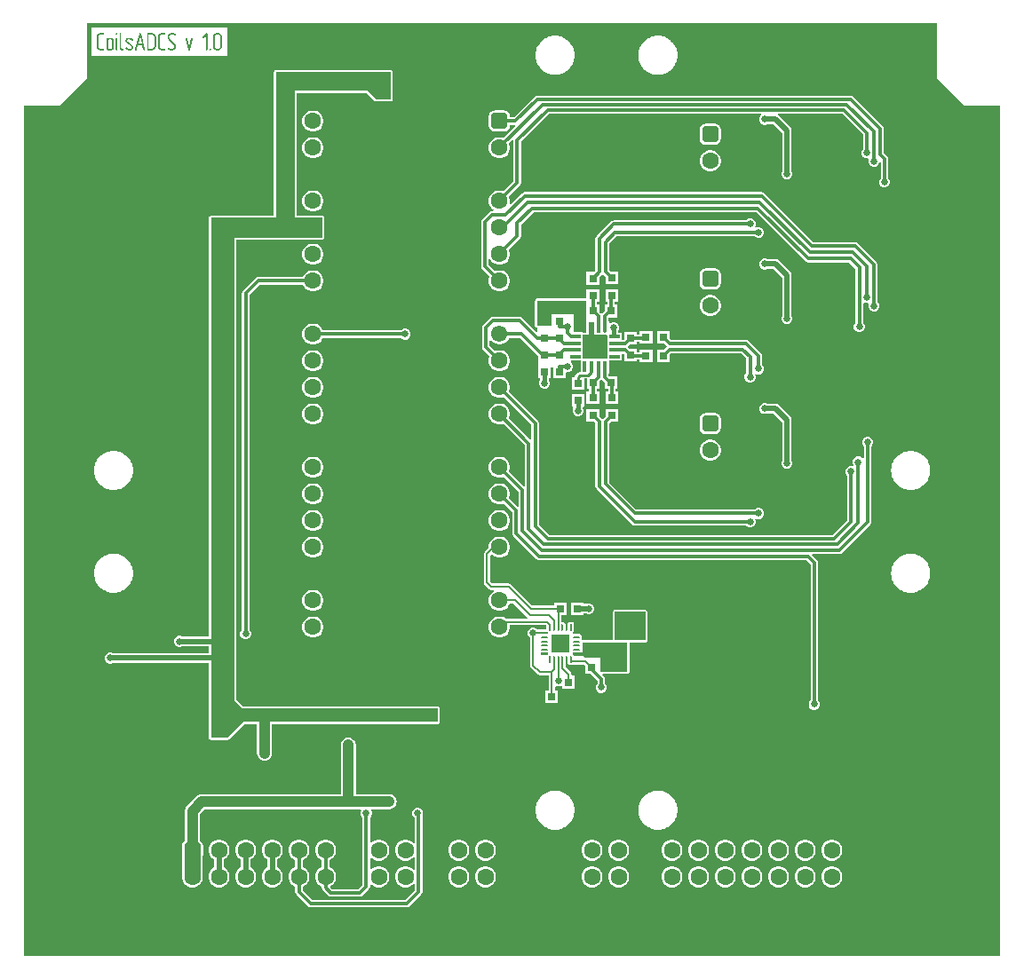
<source format=gtl>
G04*
G04 #@! TF.GenerationSoftware,Altium Limited,Altium Designer,22.1.2 (22)*
G04*
G04 Layer_Physical_Order=1*
G04 Layer_Color=255*
%FSAX44Y44*%
%MOMM*%
G71*
G04*
G04 #@! TF.SameCoordinates,AEE1FB78-7808-4CFB-96B9-68BC2BEC934A*
G04*
G04*
G04 #@! TF.FilePolarity,Positive*
G04*
G01*
G75*
%ADD11C,0.2000*%
%ADD13C,0.5000*%
%ADD14O,0.6000X0.2000*%
%ADD15O,0.2000X0.6000*%
G04:AMPARAMS|DCode=16|XSize=0.64mm|YSize=0.2mm|CornerRadius=0.05mm|HoleSize=0mm|Usage=FLASHONLY|Rotation=0.000|XOffset=0mm|YOffset=0mm|HoleType=Round|Shape=RoundedRectangle|*
%AMROUNDEDRECTD16*
21,1,0.6400,0.1000,0,0,0.0*
21,1,0.5400,0.2000,0,0,0.0*
1,1,0.1000,0.2700,-0.0500*
1,1,0.1000,-0.2700,-0.0500*
1,1,0.1000,-0.2700,0.0500*
1,1,0.1000,0.2700,0.0500*
%
%ADD16ROUNDEDRECTD16*%
G04:AMPARAMS|DCode=17|XSize=0.2mm|YSize=0.64mm|CornerRadius=0.05mm|HoleSize=0mm|Usage=FLASHONLY|Rotation=0.000|XOffset=0mm|YOffset=0mm|HoleType=Round|Shape=RoundedRectangle|*
%AMROUNDEDRECTD17*
21,1,0.2000,0.5400,0,0,0.0*
21,1,0.1000,0.6400,0,0,0.0*
1,1,0.1000,0.0500,-0.2700*
1,1,0.1000,-0.0500,-0.2700*
1,1,0.1000,-0.0500,0.2700*
1,1,0.1000,0.0500,0.2700*
%
%ADD17ROUNDEDRECTD17*%
%ADD18R,0.8000X0.8000*%
%ADD19R,0.8000X0.8000*%
%ADD20R,0.9900X0.3400*%
G04:AMPARAMS|DCode=21|XSize=0.99mm|YSize=0.34mm|CornerRadius=0.085mm|HoleSize=0mm|Usage=FLASHONLY|Rotation=270.000|XOffset=0mm|YOffset=0mm|HoleType=Round|Shape=RoundedRectangle|*
%AMROUNDEDRECTD21*
21,1,0.9900,0.1700,0,0,270.0*
21,1,0.8200,0.3400,0,0,270.0*
1,1,0.1700,-0.0850,-0.4100*
1,1,0.1700,-0.0850,0.4100*
1,1,0.1700,0.0850,0.4100*
1,1,0.1700,0.0850,-0.4100*
%
%ADD21ROUNDEDRECTD21*%
%ADD22R,0.3400X0.9900*%
%ADD23R,1.7000X1.7000*%
%ADD24R,2.1600X2.1600*%
G04:AMPARAMS|DCode=25|XSize=1.6mm|YSize=1.6mm|CornerRadius=0.4mm|HoleSize=0mm|Usage=FLASHONLY|Rotation=0.000|XOffset=0mm|YOffset=0mm|HoleType=Round|Shape=RoundedRectangle|*
%AMROUNDEDRECTD25*
21,1,1.6000,0.8000,0,0,0.0*
21,1,0.8000,1.6000,0,0,0.0*
1,1,0.8000,0.4000,-0.4000*
1,1,0.8000,-0.4000,-0.4000*
1,1,0.8000,-0.4000,0.4000*
1,1,0.8000,0.4000,0.4000*
%
%ADD25ROUNDEDRECTD25*%
%ADD26C,1.6000*%
%ADD27O,1.6000X1.5000*%
%ADD28O,3.6000X2.9000*%
%ADD29C,0.3000*%
%ADD30C,1.0000*%
%ADD31C,1.5000*%
%ADD32C,0.2500*%
%ADD33C,0.4000*%
%ADD34C,0.6500*%
G36*
X00874902Y00844000D02*
X00875290Y00842049D01*
X00876395Y00840395D01*
X00899395Y00817395D01*
X00901049Y00816290D01*
X00903000Y00815902D01*
X00934902D01*
Y00005098D01*
X00005098Y00005098D01*
X00005098Y00815902D01*
X00037000Y00815902D01*
X00038951Y00816290D01*
X00040605Y00817395D01*
X00063605Y00840395D01*
X00064710Y00842049D01*
X00065098Y00844000D01*
Y00894902D01*
X00874902D01*
X00874902Y00844000D01*
D02*
G37*
%LPC*%
G36*
X00198353Y00890238D02*
X00069000D01*
Y00863762D01*
X00198353D01*
Y00890238D01*
D02*
G37*
G36*
X00610330Y00882598D02*
X00607670D01*
X00607178Y00882500D01*
X00606676D01*
X00604068Y00881981D01*
X00603604Y00881789D01*
X00603111Y00881691D01*
X00600654Y00880673D01*
X00600237Y00880395D01*
X00599773Y00880202D01*
X00597562Y00878725D01*
X00597207Y00878370D01*
X00596790Y00878091D01*
X00594909Y00876210D01*
X00594630Y00875793D01*
X00594275Y00875438D01*
X00592798Y00873227D01*
X00592606Y00872763D01*
X00592327Y00872346D01*
X00591309Y00869889D01*
X00591211Y00869396D01*
X00591019Y00868932D01*
X00590500Y00866324D01*
Y00865822D01*
X00590402Y00865330D01*
Y00862670D01*
X00590500Y00862178D01*
Y00861676D01*
X00591019Y00859068D01*
X00591211Y00858604D01*
X00591309Y00858111D01*
X00592327Y00855654D01*
X00592606Y00855237D01*
X00592798Y00854773D01*
X00594275Y00852562D01*
X00594630Y00852207D01*
X00594909Y00851789D01*
X00596790Y00849909D01*
X00597207Y00849630D01*
X00597562Y00849275D01*
X00599773Y00847798D01*
X00600237Y00847606D01*
X00600654Y00847327D01*
X00603111Y00846309D01*
X00603604Y00846211D01*
X00604068Y00846019D01*
X00606676Y00845500D01*
X00607178D01*
X00607670Y00845402D01*
X00610330D01*
X00610822Y00845500D01*
X00611324D01*
X00613932Y00846019D01*
X00614396Y00846211D01*
X00614889Y00846309D01*
X00617346Y00847327D01*
X00617763Y00847606D01*
X00618227Y00847798D01*
X00620438Y00849275D01*
X00620793Y00849630D01*
X00621211Y00849909D01*
X00623091Y00851789D01*
X00623370Y00852207D01*
X00623725Y00852562D01*
X00625202Y00854773D01*
X00625395Y00855237D01*
X00625673Y00855654D01*
X00626691Y00858111D01*
X00626789Y00858604D01*
X00626981Y00859068D01*
X00627500Y00861676D01*
Y00862178D01*
X00627598Y00862670D01*
Y00865330D01*
X00627500Y00865822D01*
Y00866324D01*
X00626981Y00868932D01*
X00626789Y00869396D01*
X00626691Y00869889D01*
X00625673Y00872346D01*
X00625395Y00872763D01*
X00625202Y00873227D01*
X00623725Y00875438D01*
X00623370Y00875793D01*
X00623091Y00876210D01*
X00621211Y00878091D01*
X00620793Y00878370D01*
X00620438Y00878725D01*
X00618227Y00880202D01*
X00617763Y00880394D01*
X00617346Y00880673D01*
X00614889Y00881691D01*
X00614396Y00881789D01*
X00613932Y00881981D01*
X00611324Y00882500D01*
X00610822D01*
X00610330Y00882598D01*
D02*
G37*
G36*
X00512330D02*
X00509670D01*
X00509178Y00882500D01*
X00508676D01*
X00506068Y00881981D01*
X00505604Y00881789D01*
X00505111Y00881691D01*
X00502654Y00880673D01*
X00502237Y00880395D01*
X00501773Y00880202D01*
X00499562Y00878725D01*
X00499207Y00878370D01*
X00498789Y00878091D01*
X00496909Y00876210D01*
X00496630Y00875793D01*
X00496275Y00875438D01*
X00494798Y00873227D01*
X00494605Y00872763D01*
X00494327Y00872346D01*
X00493309Y00869889D01*
X00493211Y00869396D01*
X00493019Y00868932D01*
X00492500Y00866324D01*
Y00865822D01*
X00492402Y00865330D01*
Y00862670D01*
X00492500Y00862178D01*
Y00861676D01*
X00493019Y00859068D01*
X00493211Y00858604D01*
X00493309Y00858111D01*
X00494327Y00855654D01*
X00494605Y00855237D01*
X00494798Y00854773D01*
X00496275Y00852562D01*
X00496630Y00852207D01*
X00496909Y00851789D01*
X00498789Y00849909D01*
X00499207Y00849630D01*
X00499562Y00849275D01*
X00501773Y00847798D01*
X00502237Y00847606D01*
X00502654Y00847327D01*
X00505111Y00846309D01*
X00505604Y00846211D01*
X00506068Y00846019D01*
X00508676Y00845500D01*
X00509178D01*
X00509670Y00845402D01*
X00512330D01*
X00512822Y00845500D01*
X00513324D01*
X00515932Y00846019D01*
X00516396Y00846211D01*
X00516889Y00846309D01*
X00519346Y00847327D01*
X00519763Y00847606D01*
X00520227Y00847798D01*
X00522438Y00849275D01*
X00522793Y00849630D01*
X00523210Y00849909D01*
X00525091Y00851789D01*
X00525370Y00852207D01*
X00525725Y00852562D01*
X00527202Y00854773D01*
X00527394Y00855237D01*
X00527673Y00855654D01*
X00528691Y00858111D01*
X00528789Y00858604D01*
X00528981Y00859068D01*
X00529500Y00861676D01*
Y00862178D01*
X00529598Y00862670D01*
Y00865330D01*
X00529500Y00865822D01*
Y00866324D01*
X00528981Y00868932D01*
X00528789Y00869396D01*
X00528691Y00869889D01*
X00527673Y00872346D01*
X00527394Y00872763D01*
X00527202Y00873227D01*
X00525725Y00875438D01*
X00525370Y00875793D01*
X00525091Y00876210D01*
X00523210Y00878091D01*
X00522793Y00878370D01*
X00522438Y00878725D01*
X00520227Y00880202D01*
X00519763Y00880394D01*
X00519346Y00880673D01*
X00516889Y00881691D01*
X00516396Y00881789D01*
X00515932Y00881981D01*
X00513324Y00882500D01*
X00512822D01*
X00512330Y00882598D01*
D02*
G37*
G36*
X00354000Y00850039D02*
X00245000D01*
X00244220Y00849884D01*
X00243558Y00849442D01*
X00243116Y00848780D01*
X00242961Y00848000D01*
Y00711039D01*
X00183000D01*
X00182220Y00710884D01*
X00181558Y00710442D01*
X00181116Y00709780D01*
X00180961Y00709000D01*
Y00309588D01*
X00155642D01*
X00154044Y00310250D01*
X00151956D01*
X00150026Y00309451D01*
X00148549Y00307974D01*
X00147750Y00306044D01*
Y00303956D01*
X00148549Y00302026D01*
X00150026Y00300549D01*
X00151956Y00299750D01*
X00154044D01*
X00155642Y00300412D01*
X00180961D01*
Y00293588D01*
X00089642D01*
X00088044Y00294250D01*
X00085956D01*
X00084026Y00293451D01*
X00082549Y00291974D01*
X00081750Y00290044D01*
Y00287956D01*
X00082549Y00286026D01*
X00084026Y00284549D01*
X00085956Y00283750D01*
X00088044D01*
X00089642Y00284412D01*
X00180961D01*
Y00213000D01*
X00181116Y00212220D01*
X00181558Y00211558D01*
X00182220Y00211116D01*
X00183000Y00210961D01*
X00199000Y00210961D01*
X00199780Y00211116D01*
X00200442Y00211558D01*
X00200442Y00211558D01*
X00214845Y00225961D01*
X00226940D01*
Y00198000D01*
X00227180Y00196173D01*
X00227886Y00194470D01*
X00229008Y00193008D01*
X00230470Y00191886D01*
X00232173Y00191180D01*
X00234000Y00190940D01*
X00235827Y00191180D01*
X00237530Y00191886D01*
X00238993Y00193008D01*
X00240114Y00194470D01*
X00240820Y00196173D01*
X00241060Y00198000D01*
Y00225961D01*
X00399000D01*
X00399780Y00226116D01*
X00400442Y00226558D01*
X00400884Y00227220D01*
X00401039Y00228000D01*
Y00241000D01*
X00400884Y00241780D01*
X00400442Y00242442D01*
X00399780Y00242884D01*
X00399000Y00243039D01*
X00213845Y00243039D01*
X00207039Y00249845D01*
X00207039Y00687961D01*
X00289000D01*
X00289780Y00688116D01*
X00290442Y00688558D01*
X00290884Y00689220D01*
X00291039Y00690000D01*
Y00709000D01*
X00290884Y00709780D01*
X00290442Y00710442D01*
X00289780Y00710884D01*
X00289000Y00711039D01*
X00265039D01*
Y00827961D01*
X00331155D01*
X00338558Y00820558D01*
X00339220Y00820116D01*
X00340000Y00819961D01*
X00354000D01*
X00354780Y00820116D01*
X00355442Y00820558D01*
X00355884Y00821220D01*
X00356039Y00822000D01*
Y00848000D01*
X00355884Y00848780D01*
X00355442Y00849442D01*
X00354780Y00849884D01*
X00354000Y00850039D01*
D02*
G37*
G36*
X00793000Y00825569D02*
X00494000Y00825568D01*
X00492634Y00825297D01*
X00491477Y00824523D01*
X00471822Y00804869D01*
X00468018D01*
Y00805300D01*
X00467552Y00807641D01*
X00466226Y00809626D01*
X00464241Y00810952D01*
X00461900Y00811418D01*
X00453900D01*
X00451559Y00810952D01*
X00449574Y00809626D01*
X00448248Y00807641D01*
X00447783Y00805300D01*
Y00797300D01*
X00448248Y00794959D01*
X00449574Y00792974D01*
X00451559Y00791648D01*
X00453900Y00791182D01*
X00461900D01*
X00464241Y00791648D01*
X00466226Y00792974D01*
X00467552Y00794959D01*
X00468018Y00797300D01*
Y00797731D01*
X00472889D01*
X00473438Y00796656D01*
X00473457Y00796504D01*
X00462021Y00785068D01*
X00461760Y00785219D01*
X00459216Y00785900D01*
X00456584D01*
X00454040Y00785219D01*
X00451760Y00783902D01*
X00449898Y00782040D01*
X00448582Y00779760D01*
X00447900Y00777217D01*
Y00774584D01*
X00448582Y00772040D01*
X00449898Y00769760D01*
X00451760Y00767898D01*
X00454040Y00766582D01*
X00456584Y00765900D01*
X00459216D01*
X00461760Y00766582D01*
X00464040Y00767898D01*
X00465902Y00769760D01*
X00467219Y00772040D01*
X00467900Y00774584D01*
Y00777217D01*
X00467219Y00779760D01*
X00467068Y00780021D01*
X00470204Y00783157D01*
X00470357Y00783138D01*
X00471431Y00782589D01*
Y00743678D01*
X00462021Y00734268D01*
X00461760Y00734418D01*
X00459216Y00735100D01*
X00456584D01*
X00454040Y00734418D01*
X00451760Y00733102D01*
X00449898Y00731240D01*
X00448582Y00728960D01*
X00447900Y00726417D01*
Y00723783D01*
X00448582Y00721240D01*
X00449898Y00718960D01*
X00451760Y00717098D01*
X00452209Y00716839D01*
X00451869Y00715569D01*
X00451000D01*
X00449634Y00715297D01*
X00448477Y00714523D01*
X00441477Y00707523D01*
X00440703Y00706366D01*
X00440431Y00705000D01*
Y00662800D01*
X00440703Y00661434D01*
X00441477Y00660277D01*
X00448732Y00653021D01*
X00448582Y00652760D01*
X00447900Y00650217D01*
Y00647583D01*
X00448582Y00645040D01*
X00449898Y00642760D01*
X00451760Y00640898D01*
X00454040Y00639582D01*
X00456584Y00638900D01*
X00459216D01*
X00461760Y00639582D01*
X00464040Y00640898D01*
X00465902Y00642760D01*
X00467219Y00645040D01*
X00467900Y00647583D01*
Y00650217D01*
X00467219Y00652760D01*
X00465902Y00655040D01*
X00464040Y00656902D01*
X00461760Y00658219D01*
X00459216Y00658900D01*
X00456584D01*
X00454040Y00658219D01*
X00453779Y00658068D01*
X00447569Y00664278D01*
Y00669655D01*
X00448839Y00669995D01*
X00449898Y00668160D01*
X00451760Y00666298D01*
X00454040Y00664982D01*
X00456584Y00664300D01*
X00459216D01*
X00461760Y00664982D01*
X00464040Y00666298D01*
X00465902Y00668160D01*
X00467219Y00670440D01*
X00467900Y00672983D01*
Y00675617D01*
X00467219Y00678160D01*
X00467068Y00678421D01*
X00477523Y00688877D01*
X00478297Y00690034D01*
X00478569Y00691400D01*
Y00702522D01*
X00490478Y00714431D01*
X00702522D01*
X00749477Y00667477D01*
X00750634Y00666703D01*
X00752000Y00666431D01*
X00791522D01*
X00797431Y00660522D01*
Y00608856D01*
X00796549Y00607974D01*
X00795750Y00606044D01*
Y00603956D01*
X00796549Y00602026D01*
X00798026Y00600549D01*
X00799956Y00599750D01*
X00802044D01*
X00803974Y00600549D01*
X00805451Y00602026D01*
X00806250Y00603956D01*
Y00606044D01*
X00805451Y00607974D01*
X00804569Y00608856D01*
Y00627364D01*
X00805839Y00628213D01*
X00806956Y00627750D01*
X00809044D01*
X00809090Y00627769D01*
X00810062Y00626797D01*
X00809750Y00626044D01*
Y00623956D01*
X00810549Y00622026D01*
X00812026Y00620549D01*
X00813956Y00619750D01*
X00816044D01*
X00817974Y00620549D01*
X00819451Y00622026D01*
X00820250Y00623956D01*
Y00626044D01*
X00819451Y00627974D01*
X00818569Y00628856D01*
Y00664000D01*
X00818297Y00665366D01*
X00817523Y00666523D01*
X00799523Y00684523D01*
X00798366Y00685297D01*
X00797000Y00685569D01*
X00757478D01*
X00710523Y00732523D01*
X00709366Y00733297D01*
X00708000Y00733569D01*
X00481836D01*
X00480470Y00733297D01*
X00479313Y00732523D01*
X00468718Y00721928D01*
X00467579Y00722586D01*
X00467900Y00723783D01*
Y00726417D01*
X00467219Y00728960D01*
X00467068Y00729221D01*
X00477523Y00739677D01*
X00478297Y00740834D01*
X00478569Y00742200D01*
Y00781522D01*
X00505478Y00808431D01*
X00707327D01*
X00707737Y00807161D01*
X00706549Y00805974D01*
X00705750Y00804044D01*
Y00801956D01*
X00706549Y00800026D01*
X00708026Y00798549D01*
X00709956Y00797750D01*
X00712044D01*
X00713642Y00798412D01*
X00719100D01*
X00727412Y00790099D01*
Y00753642D01*
X00726750Y00752044D01*
Y00749956D01*
X00727549Y00748026D01*
X00729026Y00746549D01*
X00730956Y00745750D01*
X00733044D01*
X00734974Y00746549D01*
X00736451Y00748026D01*
X00737250Y00749956D01*
Y00752044D01*
X00736588Y00753642D01*
Y00792000D01*
X00736239Y00793756D01*
X00735244Y00795244D01*
X00724244Y00806244D01*
X00723870Y00806494D01*
X00723561Y00808221D01*
X00723712Y00808431D01*
X00784522D01*
X00804431Y00788522D01*
Y00774856D01*
X00803549Y00773974D01*
X00802750Y00772044D01*
Y00769956D01*
X00803549Y00768026D01*
X00805026Y00766549D01*
X00806956Y00765750D01*
X00809044D01*
X00809090Y00765769D01*
X00810062Y00764797D01*
X00809750Y00764044D01*
Y00761956D01*
X00810549Y00760026D01*
X00812026Y00758549D01*
X00813956Y00757750D01*
X00816044D01*
X00817974Y00758549D01*
X00819451Y00760026D01*
X00820250Y00761956D01*
X00821431Y00761742D01*
Y00746856D01*
X00820549Y00745974D01*
X00819750Y00744044D01*
Y00741956D01*
X00820549Y00740026D01*
X00822026Y00738549D01*
X00823956Y00737750D01*
X00826044D01*
X00827974Y00738549D01*
X00829451Y00740026D01*
X00830250Y00741956D01*
Y00744044D01*
X00829451Y00745974D01*
X00828569Y00746856D01*
Y00765000D01*
X00828297Y00766366D01*
X00827523Y00767523D01*
X00824569Y00770478D01*
Y00794000D01*
X00824297Y00795366D01*
X00823523Y00796523D01*
X00795523Y00824523D01*
X00794366Y00825297D01*
X00793000Y00825569D01*
D02*
G37*
G36*
X00281416Y00811300D02*
X00278783D01*
X00276240Y00810619D01*
X00273960Y00809302D01*
X00272098Y00807440D01*
X00270781Y00805160D01*
X00270100Y00802617D01*
Y00799984D01*
X00270781Y00797440D01*
X00272098Y00795160D01*
X00273960Y00793298D01*
X00276240Y00791982D01*
X00278783Y00791300D01*
X00281416D01*
X00283960Y00791982D01*
X00286240Y00793298D01*
X00288102Y00795160D01*
X00289419Y00797440D01*
X00290100Y00799984D01*
Y00802617D01*
X00289419Y00805160D01*
X00288102Y00807440D01*
X00286240Y00809302D01*
X00283960Y00810619D01*
X00281416Y00811300D01*
D02*
G37*
G36*
X00663000Y00798818D02*
X00655000D01*
X00652659Y00798352D01*
X00650674Y00797026D01*
X00649348Y00795041D01*
X00648882Y00792700D01*
Y00784700D01*
X00649348Y00782359D01*
X00650674Y00780374D01*
X00652659Y00779048D01*
X00655000Y00778583D01*
X00663000D01*
X00665341Y00779048D01*
X00667326Y00780374D01*
X00668652Y00782359D01*
X00669118Y00784700D01*
Y00792700D01*
X00668652Y00795041D01*
X00667326Y00797026D01*
X00665341Y00798352D01*
X00663000Y00798818D01*
D02*
G37*
G36*
X00281416Y00785900D02*
X00278783D01*
X00276240Y00785219D01*
X00273960Y00783902D01*
X00272098Y00782040D01*
X00270781Y00779760D01*
X00270100Y00777217D01*
Y00774584D01*
X00270781Y00772040D01*
X00272098Y00769760D01*
X00273960Y00767898D01*
X00276240Y00766582D01*
X00278783Y00765900D01*
X00281416D01*
X00283960Y00766582D01*
X00286240Y00767898D01*
X00288102Y00769760D01*
X00289419Y00772040D01*
X00290100Y00774584D01*
Y00777217D01*
X00289419Y00779760D01*
X00288102Y00782040D01*
X00286240Y00783902D01*
X00283960Y00785219D01*
X00281416Y00785900D01*
D02*
G37*
G36*
X00660316Y00773300D02*
X00657683D01*
X00655140Y00772619D01*
X00652860Y00771302D01*
X00650998Y00769440D01*
X00649681Y00767160D01*
X00649000Y00764617D01*
Y00761983D01*
X00649681Y00759440D01*
X00650998Y00757160D01*
X00652860Y00755298D01*
X00655140Y00753982D01*
X00657683Y00753300D01*
X00660316D01*
X00662860Y00753982D01*
X00665140Y00755298D01*
X00667002Y00757160D01*
X00668318Y00759440D01*
X00669000Y00761983D01*
Y00764617D01*
X00668318Y00767160D01*
X00667002Y00769440D01*
X00665140Y00771302D01*
X00662860Y00772619D01*
X00660316Y00773300D01*
D02*
G37*
G36*
X00281416Y00735100D02*
X00278783D01*
X00276240Y00734418D01*
X00273960Y00733102D01*
X00272098Y00731240D01*
X00270781Y00728960D01*
X00270100Y00726417D01*
Y00723783D01*
X00270781Y00721240D01*
X00272098Y00718960D01*
X00273960Y00717098D01*
X00276240Y00715782D01*
X00278783Y00715100D01*
X00281416D01*
X00283960Y00715782D01*
X00286240Y00717098D01*
X00288102Y00718960D01*
X00289419Y00721240D01*
X00290100Y00723783D01*
Y00726417D01*
X00289419Y00728960D01*
X00288102Y00731240D01*
X00286240Y00733102D01*
X00283960Y00734418D01*
X00281416Y00735100D01*
D02*
G37*
G36*
X00698044Y00708250D02*
X00695956D01*
X00694026Y00707451D01*
X00693144Y00706569D01*
X00567000D01*
X00565634Y00706297D01*
X00564477Y00705523D01*
X00550477Y00691523D01*
X00549703Y00690366D01*
X00549431Y00689000D01*
Y00658728D01*
X00547953Y00657250D01*
X00541000D01*
Y00645250D01*
X00553000D01*
Y00652203D01*
X00555279Y00654483D01*
X00555783Y00654691D01*
X00556921Y00654532D01*
X00559000Y00652453D01*
Y00645500D01*
X00571000D01*
Y00657500D01*
X00564047D01*
X00562569Y00658978D01*
Y00684522D01*
X00569478Y00691431D01*
X00701144D01*
X00702026Y00690549D01*
X00703956Y00689750D01*
X00706044D01*
X00707974Y00690549D01*
X00709451Y00692026D01*
X00710250Y00693956D01*
Y00696044D01*
X00709451Y00697974D01*
X00707974Y00699451D01*
X00706044Y00700250D01*
X00703956D01*
X00702703Y00699731D01*
X00701731Y00700703D01*
X00702250Y00701956D01*
Y00704044D01*
X00701451Y00705974D01*
X00699974Y00707451D01*
X00698044Y00708250D01*
D02*
G37*
G36*
X00281416Y00684300D02*
X00278783D01*
X00276240Y00683618D01*
X00273960Y00682302D01*
X00272098Y00680440D01*
X00270781Y00678160D01*
X00270100Y00675617D01*
Y00672983D01*
X00270781Y00670440D01*
X00272098Y00668160D01*
X00273960Y00666298D01*
X00276240Y00664982D01*
X00278783Y00664300D01*
X00281416D01*
X00283960Y00664982D01*
X00286240Y00666298D01*
X00288102Y00668160D01*
X00289419Y00670440D01*
X00290100Y00672983D01*
Y00675617D01*
X00289419Y00678160D01*
X00288102Y00680440D01*
X00286240Y00682302D01*
X00283960Y00683618D01*
X00281416Y00684300D01*
D02*
G37*
G36*
X00663000Y00660818D02*
X00655000D01*
X00652659Y00660352D01*
X00650674Y00659026D01*
X00649348Y00657041D01*
X00648882Y00654700D01*
Y00646700D01*
X00649348Y00644359D01*
X00650674Y00642374D01*
X00652659Y00641048D01*
X00655000Y00640583D01*
X00663000D01*
X00665341Y00641048D01*
X00667326Y00642374D01*
X00668652Y00644359D01*
X00669118Y00646700D01*
Y00654700D01*
X00668652Y00657041D01*
X00667326Y00659026D01*
X00665341Y00660352D01*
X00663000Y00660818D01*
D02*
G37*
G36*
X00281416Y00658900D02*
X00278783D01*
X00276240Y00658219D01*
X00273960Y00656902D01*
X00272098Y00655040D01*
X00270781Y00652760D01*
X00270703Y00652469D01*
X00227900D01*
X00226534Y00652197D01*
X00225377Y00651423D01*
X00213477Y00639523D01*
X00212703Y00638366D01*
X00212431Y00637000D01*
Y00315856D01*
X00211549Y00314974D01*
X00210750Y00313044D01*
Y00310956D01*
X00211549Y00309026D01*
X00213026Y00307549D01*
X00214956Y00306750D01*
X00217044D01*
X00218974Y00307549D01*
X00220451Y00309026D01*
X00221250Y00310956D01*
Y00313044D01*
X00220451Y00314974D01*
X00219569Y00315856D01*
Y00635522D01*
X00229378Y00645331D01*
X00270703D01*
X00270781Y00645040D01*
X00272098Y00642760D01*
X00273960Y00640898D01*
X00276240Y00639582D01*
X00278783Y00638900D01*
X00281416D01*
X00283960Y00639582D01*
X00286240Y00640898D01*
X00288102Y00642760D01*
X00289419Y00645040D01*
X00290100Y00647583D01*
Y00650217D01*
X00289419Y00652760D01*
X00288102Y00655040D01*
X00286240Y00656902D01*
X00283960Y00658219D01*
X00281416Y00658900D01*
D02*
G37*
G36*
X00571000Y00641000D02*
X00559000D01*
Y00629000D01*
X00560681D01*
Y00626000D01*
X00558250D01*
Y00619838D01*
X00556125Y00617714D01*
X00555885Y00617532D01*
X00554824D01*
X00554583Y00617714D01*
X00553750Y00618547D01*
Y00626000D01*
X00550569D01*
Y00628750D01*
X00553000D01*
Y00640750D01*
X00541000D01*
Y00632039D01*
X00494000D01*
X00493220Y00631884D01*
X00492558Y00631442D01*
X00492116Y00630780D01*
X00491961Y00630000D01*
Y00606000D01*
X00492116Y00605220D01*
X00492558Y00604558D01*
X00493220Y00604116D01*
X00494000Y00603961D01*
Y00600706D01*
X00492827Y00600220D01*
X00479523Y00613523D01*
X00478366Y00614297D01*
X00477000Y00614569D01*
X00452000D01*
X00450634Y00614297D01*
X00449477Y00613523D01*
X00442477Y00606523D01*
X00441703Y00605366D01*
X00441431Y00604000D01*
Y00585600D01*
X00441703Y00584234D01*
X00442477Y00583077D01*
X00448732Y00576821D01*
X00448582Y00576560D01*
X00447900Y00574017D01*
Y00571384D01*
X00448582Y00568840D01*
X00449898Y00566560D01*
X00451760Y00564698D01*
X00454040Y00563382D01*
X00456584Y00562700D01*
X00459216D01*
X00461760Y00563382D01*
X00464040Y00564698D01*
X00465902Y00566560D01*
X00467219Y00568840D01*
X00467900Y00571384D01*
Y00574017D01*
X00467219Y00576560D01*
X00465902Y00578840D01*
X00464040Y00580702D01*
X00461760Y00582019D01*
X00459216Y00582700D01*
X00456584D01*
X00454040Y00582019D01*
X00453779Y00581868D01*
X00448569Y00587078D01*
Y00591918D01*
X00449839Y00592349D01*
X00450625Y00591325D01*
X00452609Y00589802D01*
X00454920Y00588845D01*
X00457400Y00588518D01*
X00458400D01*
X00460880Y00588845D01*
X00463191Y00589802D01*
X00465175Y00591325D01*
X00466698Y00593309D01*
X00467205Y00594532D01*
X00477422D01*
X00495000Y00576953D01*
Y00574000D01*
X00495000D01*
Y00566000D01*
X00495000D01*
Y00555750D01*
X00496922D01*
Y00554346D01*
X00496549Y00553974D01*
X00495750Y00552044D01*
Y00549956D01*
X00496549Y00548026D01*
X00498026Y00546549D01*
X00499956Y00545750D01*
X00502044D01*
X00503974Y00546549D01*
X00505451Y00548026D01*
X00506250Y00549956D01*
Y00552044D01*
X00505451Y00553974D01*
X00505078Y00554346D01*
Y00555750D01*
X00507000D01*
Y00566000D01*
X00509000D01*
Y00555750D01*
X00521000D01*
Y00561111D01*
X00521956Y00561750D01*
X00524044D01*
X00525974Y00562549D01*
X00527451Y00564026D01*
X00528250Y00565956D01*
Y00568044D01*
X00527451Y00569974D01*
X00526145Y00571280D01*
X00526298Y00572088D01*
X00526534Y00572550D01*
X00535550D01*
Y00562314D01*
X00535000D01*
X00533732Y00562062D01*
X00532657Y00561343D01*
X00530657Y00559343D01*
X00529939Y00558268D01*
X00529736Y00557250D01*
X00527000D01*
Y00545250D01*
X00539000D01*
Y00555686D01*
X00541750D01*
Y00546000D01*
X00543432D01*
Y00543250D01*
X00541000D01*
Y00531250D01*
X00553000D01*
Y00543250D01*
X00550569D01*
Y00546000D01*
X00553750D01*
Y00553453D01*
X00554583Y00554286D01*
X00554824Y00554468D01*
X00555885D01*
X00556125Y00554286D01*
X00558250Y00552162D01*
Y00546000D01*
X00561431D01*
Y00543250D01*
X00559000D01*
Y00531250D01*
X00571000D01*
Y00543250D01*
X00568569D01*
Y00546000D01*
X00570250D01*
Y00558000D01*
X00562505D01*
X00562173Y00558332D01*
Y00560450D01*
X00562450D01*
Y00572550D01*
X00574550D01*
Y00579182D01*
X00576522D01*
X00577000Y00578703D01*
Y00571750D01*
X00589000D01*
Y00573432D01*
X00591750D01*
Y00571000D01*
X00603750D01*
Y00583000D01*
X00591750D01*
Y00580569D01*
X00589000D01*
Y00583750D01*
X00582047D01*
X00580568Y00585229D01*
X00580386Y00585470D01*
Y00586530D01*
X00580568Y00586771D01*
X00582047Y00588250D01*
X00589000D01*
Y00590681D01*
X00591750D01*
Y00589000D01*
X00603750D01*
Y00601000D01*
X00591750D01*
Y00597819D01*
X00589000D01*
Y00600250D01*
X00577000D01*
Y00593297D01*
X00576522Y00592819D01*
X00574550D01*
Y00599450D01*
X00571238D01*
X00571145Y00600720D01*
X00571451Y00601026D01*
X00572250Y00602956D01*
Y00605044D01*
X00571451Y00606974D01*
X00569974Y00608451D01*
X00568044Y00609250D01*
X00565956D01*
X00564026Y00608451D01*
X00563776Y00608200D01*
X00562506Y00608700D01*
X00562285Y00609812D01*
X00562173Y00609979D01*
Y00613668D01*
X00562505Y00614000D01*
X00570250D01*
Y00626000D01*
X00567818D01*
Y00629000D01*
X00571000D01*
Y00641000D01*
D02*
G37*
G36*
X00660316Y00635300D02*
X00657683D01*
X00655140Y00634619D01*
X00652860Y00633302D01*
X00650998Y00631440D01*
X00649681Y00629160D01*
X00649000Y00626617D01*
Y00623983D01*
X00649681Y00621440D01*
X00650998Y00619160D01*
X00652860Y00617298D01*
X00655140Y00615982D01*
X00657683Y00615300D01*
X00660316D01*
X00662860Y00615982D01*
X00665140Y00617298D01*
X00667002Y00619160D01*
X00668318Y00621440D01*
X00669000Y00623983D01*
Y00626617D01*
X00668318Y00629160D01*
X00667002Y00631440D01*
X00665140Y00633302D01*
X00662860Y00634619D01*
X00660316Y00635300D01*
D02*
G37*
G36*
X00712044Y00670250D02*
X00709956D01*
X00708026Y00669451D01*
X00706549Y00667974D01*
X00705750Y00666044D01*
Y00663956D01*
X00706549Y00662026D01*
X00708026Y00660549D01*
X00709956Y00659750D01*
X00712044D01*
X00713642Y00660412D01*
X00719100D01*
X00727412Y00652100D01*
Y00615642D01*
X00726750Y00614044D01*
Y00611956D01*
X00727549Y00610026D01*
X00729026Y00608549D01*
X00730956Y00607750D01*
X00733044D01*
X00734974Y00608549D01*
X00736451Y00610026D01*
X00737250Y00611956D01*
Y00614044D01*
X00736588Y00615642D01*
Y00654000D01*
X00736239Y00655756D01*
X00735244Y00657244D01*
X00724244Y00668244D01*
X00722756Y00669239D01*
X00721000Y00669588D01*
X00713642D01*
X00712044Y00670250D01*
D02*
G37*
G36*
X00281416Y00608100D02*
X00278783D01*
X00276240Y00607419D01*
X00273960Y00606102D01*
X00272098Y00604240D01*
X00270781Y00601960D01*
X00270100Y00599417D01*
Y00596783D01*
X00270781Y00594240D01*
X00272098Y00591960D01*
X00273960Y00590098D01*
X00276240Y00588782D01*
X00278783Y00588100D01*
X00281416D01*
X00283960Y00588782D01*
X00286240Y00590098D01*
X00288102Y00591960D01*
X00289419Y00594240D01*
X00289470Y00594431D01*
X00364144D01*
X00365026Y00593549D01*
X00366956Y00592750D01*
X00369044D01*
X00370974Y00593549D01*
X00372451Y00595026D01*
X00373250Y00596956D01*
Y00599044D01*
X00372451Y00600974D01*
X00370974Y00602451D01*
X00369044Y00603250D01*
X00366956D01*
X00365026Y00602451D01*
X00364144Y00601569D01*
X00289523D01*
X00289419Y00601960D01*
X00288102Y00604240D01*
X00286240Y00606102D01*
X00283960Y00607419D01*
X00281416Y00608100D01*
D02*
G37*
G36*
Y00582700D02*
X00278783D01*
X00276240Y00582019D01*
X00273960Y00580702D01*
X00272098Y00578840D01*
X00270781Y00576560D01*
X00270100Y00574017D01*
Y00571384D01*
X00270781Y00568840D01*
X00272098Y00566560D01*
X00273960Y00564698D01*
X00276240Y00563382D01*
X00278783Y00562700D01*
X00281416D01*
X00283960Y00563382D01*
X00286240Y00564698D01*
X00288102Y00566560D01*
X00289419Y00568840D01*
X00290100Y00571384D01*
Y00574017D01*
X00289419Y00576560D01*
X00288102Y00578840D01*
X00286240Y00580702D01*
X00283960Y00582019D01*
X00281416Y00582700D01*
D02*
G37*
G36*
X00620250Y00601000D02*
X00608250D01*
Y00589000D01*
X00615203D01*
X00617282Y00586921D01*
X00617440Y00585783D01*
X00617233Y00585279D01*
X00614953Y00583000D01*
X00608250D01*
Y00571000D01*
X00620250D01*
Y00578203D01*
X00621478Y00579431D01*
X00688522D01*
X00693431Y00574522D01*
Y00560856D01*
X00692549Y00559974D01*
X00691750Y00558044D01*
Y00555956D01*
X00692549Y00554026D01*
X00694026Y00552549D01*
X00695956Y00551750D01*
X00698044D01*
X00699974Y00552549D01*
X00701451Y00554026D01*
X00702250Y00555956D01*
Y00558044D01*
X00701731Y00559297D01*
X00702703Y00560269D01*
X00703956Y00559750D01*
X00706044D01*
X00707974Y00560549D01*
X00709451Y00562026D01*
X00710250Y00563956D01*
Y00566044D01*
X00709451Y00567974D01*
X00708569Y00568856D01*
Y00577000D01*
X00708297Y00578366D01*
X00707523Y00579523D01*
X00695523Y00591523D01*
X00694366Y00592297D01*
X00693000Y00592569D01*
X00621728D01*
X00620250Y00594047D01*
Y00601000D01*
D02*
G37*
G36*
X00281416Y00557300D02*
X00278783D01*
X00276240Y00556618D01*
X00273960Y00555302D01*
X00272098Y00553440D01*
X00270781Y00551160D01*
X00270100Y00548617D01*
Y00545984D01*
X00270781Y00543440D01*
X00272098Y00541160D01*
X00273960Y00539298D01*
X00276240Y00537982D01*
X00278783Y00537300D01*
X00281416D01*
X00283960Y00537982D01*
X00286240Y00539298D01*
X00288102Y00541160D01*
X00289419Y00543440D01*
X00290100Y00545984D01*
Y00548617D01*
X00289419Y00551160D01*
X00288102Y00553440D01*
X00286240Y00555302D01*
X00283960Y00556618D01*
X00281416Y00557300D01*
D02*
G37*
G36*
X00539000Y00540750D02*
X00527000D01*
Y00528750D01*
X00527601D01*
X00527717Y00528655D01*
X00528345Y00527480D01*
X00527750Y00526044D01*
Y00523956D01*
X00528549Y00522026D01*
X00530026Y00520549D01*
X00531956Y00519750D01*
X00534044D01*
X00535974Y00520549D01*
X00537451Y00522026D01*
X00538250Y00523956D01*
Y00526044D01*
X00537655Y00527480D01*
X00538283Y00528655D01*
X00538399Y00528750D01*
X00539000D01*
Y00540750D01*
D02*
G37*
G36*
X00571000Y00526750D02*
X00559000D01*
Y00519547D01*
X00556921Y00517468D01*
X00555783Y00517309D01*
X00555279Y00517517D01*
X00553000Y00519797D01*
Y00526750D01*
X00541000D01*
Y00514750D01*
X00547953D01*
X00549431Y00513272D01*
Y00453000D01*
X00549703Y00451634D01*
X00550477Y00450477D01*
X00584477Y00416477D01*
X00585634Y00415703D01*
X00587000Y00415431D01*
X00693144D01*
X00694026Y00414549D01*
X00695956Y00413750D01*
X00698044D01*
X00699974Y00414549D01*
X00701451Y00416026D01*
X00702250Y00417956D01*
Y00420044D01*
X00701731Y00421297D01*
X00702703Y00422269D01*
X00703956Y00421750D01*
X00706044D01*
X00707974Y00422549D01*
X00709451Y00424026D01*
X00710250Y00425956D01*
Y00428044D01*
X00709451Y00429974D01*
X00707974Y00431451D01*
X00706044Y00432250D01*
X00703956D01*
X00702026Y00431451D01*
X00701144Y00430569D01*
X00588478D01*
X00562569Y00456478D01*
Y00513022D01*
X00564297Y00514750D01*
X00571000D01*
Y00526750D01*
D02*
G37*
G36*
X00281416Y00531900D02*
X00278783D01*
X00276240Y00531218D01*
X00273960Y00529902D01*
X00272098Y00528040D01*
X00270781Y00525760D01*
X00270100Y00523217D01*
Y00520583D01*
X00270781Y00518040D01*
X00272098Y00515760D01*
X00273960Y00513898D01*
X00276240Y00512582D01*
X00278783Y00511900D01*
X00281416D01*
X00283960Y00512582D01*
X00286240Y00513898D01*
X00288102Y00515760D01*
X00289419Y00518040D01*
X00290100Y00520583D01*
Y00523217D01*
X00289419Y00525760D01*
X00288102Y00528040D01*
X00286240Y00529902D01*
X00283960Y00531218D01*
X00281416Y00531900D01*
D02*
G37*
G36*
X00663000Y00522818D02*
X00655000D01*
X00652659Y00522352D01*
X00650674Y00521026D01*
X00649348Y00519041D01*
X00648882Y00516700D01*
Y00508700D01*
X00649348Y00506359D01*
X00650674Y00504374D01*
X00652659Y00503048D01*
X00655000Y00502583D01*
X00663000D01*
X00665341Y00503048D01*
X00667326Y00504374D01*
X00668652Y00506359D01*
X00669118Y00508700D01*
Y00516700D01*
X00668652Y00519041D01*
X00667326Y00521026D01*
X00665341Y00522352D01*
X00663000Y00522818D01*
D02*
G37*
G36*
X00459216Y00557300D02*
X00456584D01*
X00454040Y00556618D01*
X00451760Y00555302D01*
X00449898Y00553440D01*
X00448582Y00551160D01*
X00447900Y00548617D01*
Y00545984D01*
X00448582Y00543440D01*
X00449898Y00541160D01*
X00451760Y00539298D01*
X00454040Y00537982D01*
X00456584Y00537300D01*
X00459216D01*
X00461760Y00537982D01*
X00462021Y00538132D01*
X00488431Y00511722D01*
Y00498075D01*
X00487258Y00497589D01*
X00467068Y00517779D01*
X00467219Y00518040D01*
X00467900Y00520583D01*
Y00523217D01*
X00467219Y00525760D01*
X00465902Y00528040D01*
X00464040Y00529902D01*
X00461760Y00531218D01*
X00459216Y00531900D01*
X00456584D01*
X00454040Y00531218D01*
X00451760Y00529902D01*
X00449898Y00528040D01*
X00448582Y00525760D01*
X00447900Y00523217D01*
Y00520583D01*
X00448582Y00518040D01*
X00449898Y00515760D01*
X00451760Y00513898D01*
X00454040Y00512582D01*
X00456584Y00511900D01*
X00459216D01*
X00461760Y00512582D01*
X00462021Y00512732D01*
X00482431Y00492322D01*
Y00453275D01*
X00481258Y00452789D01*
X00467068Y00466979D01*
X00467219Y00467240D01*
X00467900Y00469784D01*
Y00472417D01*
X00467219Y00474960D01*
X00465902Y00477240D01*
X00464040Y00479102D01*
X00461760Y00480419D01*
X00459216Y00481100D01*
X00456584D01*
X00454040Y00480419D01*
X00451760Y00479102D01*
X00449898Y00477240D01*
X00448582Y00474960D01*
X00447900Y00472417D01*
Y00469784D01*
X00448582Y00467240D01*
X00449898Y00464960D01*
X00451760Y00463098D01*
X00454040Y00461782D01*
X00456584Y00461100D01*
X00459216D01*
X00461760Y00461782D01*
X00462021Y00461932D01*
X00476431Y00447522D01*
Y00433875D01*
X00475258Y00433389D01*
X00467068Y00441579D01*
X00467219Y00441840D01*
X00467900Y00444384D01*
Y00447017D01*
X00467219Y00449560D01*
X00465902Y00451840D01*
X00464040Y00453702D01*
X00461760Y00455019D01*
X00459216Y00455700D01*
X00456584D01*
X00454040Y00455019D01*
X00451760Y00453702D01*
X00449898Y00451840D01*
X00448582Y00449560D01*
X00447900Y00447017D01*
Y00444384D01*
X00448582Y00441840D01*
X00449898Y00439560D01*
X00451760Y00437698D01*
X00454040Y00436382D01*
X00456584Y00435700D01*
X00459216D01*
X00461760Y00436382D01*
X00462021Y00436532D01*
X00470431Y00428122D01*
Y00408000D01*
X00470703Y00406634D01*
X00471477Y00405477D01*
X00493477Y00383477D01*
X00494634Y00382703D01*
X00496000Y00382431D01*
X00750522D01*
X00754431Y00378522D01*
Y00248856D01*
X00753549Y00247974D01*
X00752750Y00246044D01*
Y00243956D01*
X00753549Y00242026D01*
X00755026Y00240549D01*
X00756956Y00239750D01*
X00759044D01*
X00760974Y00240549D01*
X00762451Y00242026D01*
X00763250Y00243956D01*
Y00246044D01*
X00762451Y00247974D01*
X00761569Y00248856D01*
Y00380000D01*
X00761297Y00381366D01*
X00760523Y00382523D01*
X00755789Y00387258D01*
X00756275Y00388431D01*
X00782000D01*
X00783366Y00388703D01*
X00784523Y00389477D01*
X00811523Y00416477D01*
X00812297Y00417634D01*
X00812569Y00419000D01*
Y00491144D01*
X00813451Y00492026D01*
X00814250Y00493956D01*
Y00496044D01*
X00813451Y00497974D01*
X00811974Y00499451D01*
X00810044Y00500250D01*
X00807956D01*
X00806026Y00499451D01*
X00804549Y00497974D01*
X00803750Y00496044D01*
Y00493956D01*
X00804549Y00492026D01*
X00805431Y00491144D01*
Y00479672D01*
X00804161Y00479263D01*
X00802974Y00480451D01*
X00801044Y00481250D01*
X00798956D01*
X00797026Y00480451D01*
X00795549Y00478974D01*
X00794750Y00477044D01*
Y00474956D01*
X00795549Y00473026D01*
X00795592Y00472984D01*
X00794872Y00471907D01*
X00794044Y00472250D01*
X00791956D01*
X00790026Y00471451D01*
X00788549Y00469974D01*
X00787750Y00468044D01*
Y00465956D01*
X00788549Y00464026D01*
X00789431Y00463144D01*
Y00420478D01*
X00775522Y00406569D01*
X00505478D01*
X00495569Y00416478D01*
Y00494164D01*
Y00513200D01*
X00495297Y00514566D01*
X00494523Y00515723D01*
X00467068Y00543179D01*
X00467219Y00543440D01*
X00467900Y00545984D01*
Y00548617D01*
X00467219Y00551160D01*
X00465902Y00553440D01*
X00464040Y00555302D01*
X00461760Y00556618D01*
X00459216Y00557300D01*
D02*
G37*
G36*
X00660316Y00497300D02*
X00657683D01*
X00655140Y00496618D01*
X00652860Y00495302D01*
X00650998Y00493440D01*
X00649681Y00491160D01*
X00649000Y00488617D01*
Y00485984D01*
X00649681Y00483440D01*
X00650998Y00481160D01*
X00652860Y00479298D01*
X00655140Y00477981D01*
X00657683Y00477300D01*
X00660316D01*
X00662860Y00477981D01*
X00665140Y00479298D01*
X00667002Y00481160D01*
X00668318Y00483440D01*
X00669000Y00485984D01*
Y00488617D01*
X00668318Y00491160D01*
X00667002Y00493440D01*
X00665140Y00495302D01*
X00662860Y00496618D01*
X00660316Y00497300D01*
D02*
G37*
G36*
X00712044Y00532250D02*
X00709956D01*
X00708026Y00531451D01*
X00706549Y00529974D01*
X00705750Y00528044D01*
Y00525956D01*
X00706549Y00524026D01*
X00708026Y00522549D01*
X00709956Y00521750D01*
X00712044D01*
X00713642Y00522412D01*
X00719100D01*
X00727412Y00514100D01*
Y00477642D01*
X00726750Y00476044D01*
Y00473956D01*
X00727549Y00472026D01*
X00729026Y00470549D01*
X00730956Y00469750D01*
X00733044D01*
X00734974Y00470549D01*
X00736451Y00472026D01*
X00737250Y00473956D01*
Y00476044D01*
X00736588Y00477642D01*
Y00516000D01*
X00736239Y00517756D01*
X00735244Y00519244D01*
X00724244Y00530244D01*
X00722756Y00531239D01*
X00721000Y00531588D01*
X00713642D01*
X00712044Y00532250D01*
D02*
G37*
G36*
X00281416Y00481100D02*
X00278783D01*
X00276240Y00480419D01*
X00273960Y00479102D01*
X00272098Y00477240D01*
X00270781Y00474960D01*
X00270100Y00472417D01*
Y00469784D01*
X00270781Y00467240D01*
X00272098Y00464960D01*
X00273960Y00463098D01*
X00276240Y00461782D01*
X00278783Y00461100D01*
X00281416D01*
X00283960Y00461782D01*
X00286240Y00463098D01*
X00288102Y00464960D01*
X00289419Y00467240D01*
X00290100Y00469784D01*
Y00472417D01*
X00289419Y00474960D01*
X00288102Y00477240D01*
X00286240Y00479102D01*
X00283960Y00480419D01*
X00281416Y00481100D01*
D02*
G37*
G36*
X00851330Y00486598D02*
X00848670D01*
X00848178Y00486500D01*
X00847676D01*
X00845068Y00485981D01*
X00844604Y00485789D01*
X00844111Y00485691D01*
X00841655Y00484673D01*
X00841237Y00484394D01*
X00840773Y00484202D01*
X00838562Y00482725D01*
X00838207Y00482370D01*
X00837790Y00482091D01*
X00835909Y00480210D01*
X00835630Y00479793D01*
X00835275Y00479438D01*
X00833798Y00477227D01*
X00833605Y00476763D01*
X00833327Y00476345D01*
X00832309Y00473889D01*
X00832211Y00473396D01*
X00832019Y00472932D01*
X00831500Y00470324D01*
Y00469822D01*
X00831402Y00469330D01*
Y00466670D01*
X00831500Y00466178D01*
Y00465676D01*
X00832019Y00463068D01*
X00832211Y00462604D01*
X00832309Y00462111D01*
X00833327Y00459654D01*
X00833605Y00459237D01*
X00833798Y00458773D01*
X00835275Y00456562D01*
X00835630Y00456207D01*
X00835909Y00455789D01*
X00837790Y00453909D01*
X00838207Y00453630D01*
X00838562Y00453275D01*
X00840773Y00451798D01*
X00841237Y00451605D01*
X00841655Y00451326D01*
X00844111Y00450309D01*
X00844604Y00450211D01*
X00845068Y00450019D01*
X00847676Y00449500D01*
X00848178D01*
X00848670Y00449402D01*
X00851330D01*
X00851822Y00449500D01*
X00852324D01*
X00854932Y00450019D01*
X00855396Y00450211D01*
X00855889Y00450309D01*
X00858345Y00451326D01*
X00858763Y00451605D01*
X00859227Y00451798D01*
X00861438Y00453275D01*
X00861793Y00453630D01*
X00862210Y00453909D01*
X00864091Y00455789D01*
X00864370Y00456207D01*
X00864725Y00456562D01*
X00866202Y00458773D01*
X00866395Y00459237D01*
X00866673Y00459654D01*
X00867691Y00462111D01*
X00867789Y00462604D01*
X00867981Y00463068D01*
X00868500Y00465676D01*
Y00466178D01*
X00868598Y00466670D01*
Y00469330D01*
X00868500Y00469822D01*
Y00470324D01*
X00867981Y00472932D01*
X00867789Y00473396D01*
X00867691Y00473889D01*
X00866673Y00476345D01*
X00866395Y00476763D01*
X00866202Y00477227D01*
X00864725Y00479438D01*
X00864370Y00479793D01*
X00864091Y00480210D01*
X00862210Y00482091D01*
X00861793Y00482370D01*
X00861438Y00482725D01*
X00859227Y00484202D01*
X00858763Y00484394D01*
X00858345Y00484673D01*
X00855889Y00485691D01*
X00855396Y00485789D01*
X00854932Y00485981D01*
X00852324Y00486500D01*
X00851822D01*
X00851330Y00486598D01*
D02*
G37*
G36*
X00091330D02*
X00088670D01*
X00088178Y00486500D01*
X00087676D01*
X00085068Y00485981D01*
X00084604Y00485789D01*
X00084111Y00485691D01*
X00081654Y00484673D01*
X00081237Y00484394D01*
X00080773Y00484202D01*
X00078562Y00482725D01*
X00078207Y00482370D01*
X00077790Y00482091D01*
X00075909Y00480210D01*
X00075630Y00479793D01*
X00075275Y00479438D01*
X00073798Y00477227D01*
X00073605Y00476763D01*
X00073327Y00476345D01*
X00072309Y00473889D01*
X00072211Y00473396D01*
X00072019Y00472932D01*
X00071500Y00470324D01*
Y00469822D01*
X00071402Y00469330D01*
Y00466670D01*
X00071500Y00466178D01*
Y00465676D01*
X00072019Y00463068D01*
X00072211Y00462604D01*
X00072309Y00462111D01*
X00073327Y00459654D01*
X00073605Y00459237D01*
X00073798Y00458773D01*
X00075275Y00456562D01*
X00075630Y00456207D01*
X00075909Y00455789D01*
X00077790Y00453909D01*
X00078207Y00453630D01*
X00078562Y00453275D01*
X00080773Y00451798D01*
X00081237Y00451605D01*
X00081654Y00451326D01*
X00084111Y00450309D01*
X00084604Y00450211D01*
X00085068Y00450019D01*
X00087676Y00449500D01*
X00088178D01*
X00088670Y00449402D01*
X00091330D01*
X00091822Y00449500D01*
X00092324D01*
X00094932Y00450019D01*
X00095396Y00450211D01*
X00095889Y00450309D01*
X00098345Y00451326D01*
X00098763Y00451605D01*
X00099227Y00451798D01*
X00101438Y00453275D01*
X00101793Y00453630D01*
X00102211Y00453909D01*
X00104091Y00455789D01*
X00104370Y00456207D01*
X00104725Y00456562D01*
X00106202Y00458773D01*
X00106395Y00459237D01*
X00106673Y00459654D01*
X00107691Y00462111D01*
X00107789Y00462604D01*
X00107981Y00463068D01*
X00108500Y00465676D01*
Y00466178D01*
X00108598Y00466670D01*
Y00469330D01*
X00108500Y00469822D01*
Y00470324D01*
X00107981Y00472932D01*
X00107789Y00473396D01*
X00107691Y00473889D01*
X00106673Y00476345D01*
X00106395Y00476763D01*
X00106202Y00477227D01*
X00104725Y00479438D01*
X00104370Y00479793D01*
X00104091Y00480210D01*
X00102211Y00482091D01*
X00101793Y00482370D01*
X00101438Y00482725D01*
X00099227Y00484202D01*
X00098763Y00484394D01*
X00098345Y00484673D01*
X00095889Y00485691D01*
X00095396Y00485789D01*
X00094932Y00485981D01*
X00092324Y00486500D01*
X00091822D01*
X00091330Y00486598D01*
D02*
G37*
G36*
X00281416Y00455700D02*
X00278783D01*
X00276240Y00455019D01*
X00273960Y00453702D01*
X00272098Y00451840D01*
X00270781Y00449560D01*
X00270100Y00447017D01*
Y00444384D01*
X00270781Y00441840D01*
X00272098Y00439560D01*
X00273960Y00437698D01*
X00276240Y00436382D01*
X00278783Y00435700D01*
X00281416D01*
X00283960Y00436382D01*
X00286240Y00437698D01*
X00288102Y00439560D01*
X00289419Y00441840D01*
X00290100Y00444384D01*
Y00447017D01*
X00289419Y00449560D01*
X00288102Y00451840D01*
X00286240Y00453702D01*
X00283960Y00455019D01*
X00281416Y00455700D01*
D02*
G37*
G36*
X00459216Y00430300D02*
X00456584D01*
X00454040Y00429618D01*
X00451760Y00428302D01*
X00449898Y00426440D01*
X00448582Y00424160D01*
X00447900Y00421617D01*
Y00418983D01*
X00448582Y00416440D01*
X00449898Y00414160D01*
X00451760Y00412298D01*
X00454040Y00410982D01*
X00456584Y00410300D01*
X00459216D01*
X00461760Y00410982D01*
X00464040Y00412298D01*
X00465902Y00414160D01*
X00467219Y00416440D01*
X00467900Y00418983D01*
Y00421617D01*
X00467219Y00424160D01*
X00465902Y00426440D01*
X00464040Y00428302D01*
X00461760Y00429618D01*
X00459216Y00430300D01*
D02*
G37*
G36*
X00281416D02*
X00278783D01*
X00276240Y00429618D01*
X00273960Y00428302D01*
X00272098Y00426440D01*
X00270781Y00424160D01*
X00270100Y00421617D01*
Y00418983D01*
X00270781Y00416440D01*
X00272098Y00414160D01*
X00273960Y00412298D01*
X00276240Y00410982D01*
X00278783Y00410300D01*
X00281416D01*
X00283960Y00410982D01*
X00286240Y00412298D01*
X00288102Y00414160D01*
X00289419Y00416440D01*
X00290100Y00418983D01*
Y00421617D01*
X00289419Y00424160D01*
X00288102Y00426440D01*
X00286240Y00428302D01*
X00283960Y00429618D01*
X00281416Y00430300D01*
D02*
G37*
G36*
X00459216Y00404900D02*
X00456584D01*
X00454040Y00404218D01*
X00451760Y00402902D01*
X00449898Y00401040D01*
X00448582Y00398760D01*
X00447900Y00396217D01*
Y00394226D01*
X00443837Y00390163D01*
X00443174Y00389170D01*
X00442941Y00388000D01*
X00442941Y00388000D01*
Y00361000D01*
X00442941Y00361000D01*
X00443174Y00359829D01*
X00443837Y00358837D01*
X00447837Y00354837D01*
X00447837Y00354837D01*
X00448829Y00354174D01*
X00450000Y00353941D01*
X00452406D01*
X00452746Y00352671D01*
X00451760Y00352102D01*
X00449898Y00350240D01*
X00448582Y00347960D01*
X00447900Y00345417D01*
Y00342784D01*
X00448582Y00340240D01*
X00449898Y00337960D01*
X00451760Y00336098D01*
X00454040Y00334782D01*
X00456584Y00334100D01*
X00459216D01*
X00461760Y00334782D01*
X00464040Y00336098D01*
X00465902Y00337960D01*
X00467219Y00340240D01*
X00467433Y00341041D01*
X00471633D01*
X00484837Y00327837D01*
X00484837Y00327837D01*
X00484851Y00327828D01*
X00484466Y00326558D01*
X00464184D01*
X00464040Y00326702D01*
X00461760Y00328018D01*
X00459216Y00328700D01*
X00456584D01*
X00454040Y00328018D01*
X00451760Y00326702D01*
X00449898Y00324840D01*
X00448582Y00322560D01*
X00447900Y00320017D01*
Y00317383D01*
X00448582Y00314840D01*
X00449898Y00312560D01*
X00451760Y00310698D01*
X00454040Y00309382D01*
X00456584Y00308700D01*
X00459216D01*
X00461760Y00309382D01*
X00464040Y00310698D01*
X00465902Y00312560D01*
X00467219Y00314840D01*
X00467900Y00317383D01*
Y00320017D01*
X00468225Y00320440D01*
X00502234D01*
X00502941Y00319733D01*
Y00317283D01*
X00502815Y00316185D01*
X00501717Y00316059D01*
X00494366D01*
X00492974Y00317451D01*
X00491044Y00318250D01*
X00488956D01*
X00487026Y00317451D01*
X00485549Y00315974D01*
X00484750Y00314044D01*
Y00311956D01*
X00485549Y00310026D01*
X00486941Y00308634D01*
Y00282000D01*
X00486941Y00282000D01*
X00487174Y00280830D01*
X00487837Y00279837D01*
X00487837Y00279837D01*
X00494115Y00273560D01*
X00494115Y00273560D01*
X00495107Y00272897D01*
X00496278Y00272664D01*
X00496278Y00272664D01*
X00504664D01*
X00504664Y00258000D01*
X00501750D01*
Y00246000D01*
X00513750D01*
Y00258000D01*
X00510781D01*
Y00261526D01*
X00512051Y00262375D01*
X00512956Y00262000D01*
X00515044D01*
X00516480Y00262595D01*
X00517750Y00261916D01*
Y00260000D01*
X00529750D01*
Y00272000D01*
X00526809D01*
Y00273250D01*
X00526576Y00274421D01*
X00525913Y00275413D01*
X00521059Y00280267D01*
Y00287800D01*
X00521049Y00287849D01*
Y00289026D01*
X00521671Y00289455D01*
X00522941Y00288787D01*
Y00285598D01*
X00522961Y00285500D01*
Y00284600D01*
X00523116Y00283820D01*
X00523558Y00283158D01*
X00524220Y00282716D01*
X00525000Y00282561D01*
X00525892D01*
X00526000Y00282539D01*
X00538838Y00282539D01*
X00539750Y00281628D01*
Y00274000D01*
X00544953D01*
X00551431Y00267522D01*
Y00264856D01*
X00550549Y00263974D01*
X00549750Y00262044D01*
Y00259956D01*
X00550549Y00258026D01*
X00552026Y00256549D01*
X00553956Y00255750D01*
X00556044D01*
X00557974Y00256549D01*
X00559451Y00258026D01*
X00560250Y00259956D01*
Y00262044D01*
X00559451Y00263974D01*
X00558569Y00264856D01*
Y00269000D01*
X00558297Y00270366D01*
X00557523Y00271523D01*
X00556259Y00272787D01*
X00556745Y00273961D01*
X00580000D01*
X00580780Y00274116D01*
X00581442Y00274558D01*
X00581884Y00275220D01*
X00582039Y00276000D01*
Y00303961D01*
X00597000D01*
X00597780Y00304116D01*
X00598442Y00304558D01*
X00598884Y00305220D01*
X00599039Y00306000D01*
Y00333000D01*
X00598884Y00333780D01*
X00598442Y00334442D01*
X00597780Y00334884D01*
X00597000Y00335039D01*
X00568000D01*
X00567220Y00334884D01*
X00566558Y00334442D01*
X00566116Y00333780D01*
X00565961Y00333000D01*
Y00306039D01*
X00537000D01*
X00536400Y00305920D01*
X00536336Y00306068D01*
X00536255Y00306475D01*
X00535991Y00306871D01*
X00535923Y00307028D01*
X00536255Y00307525D01*
X00536449Y00308500D01*
Y00309500D01*
X00536255Y00310475D01*
X00535702Y00311302D01*
X00534875Y00311855D01*
X00534146Y00312000D01*
X00528000D01*
Y00313500D01*
X00528500Y00314000D01*
X00529000D01*
Y00315303D01*
X00529039Y00315500D01*
Y00316102D01*
X00529059Y00316200D01*
Y00320200D01*
X00529039Y00320298D01*
Y00321400D01*
X00528884Y00322180D01*
X00528442Y00322842D01*
X00527780Y00323284D01*
X00527000Y00323439D01*
X00525000D01*
X00524220Y00323284D01*
X00523558Y00322842D01*
X00523116Y00322180D01*
X00522961Y00321400D01*
Y00320298D01*
X00522941Y00320200D01*
Y00317000D01*
X00521049D01*
Y00320900D01*
X00520855Y00321875D01*
X00520302Y00322702D01*
X00519475Y00323255D01*
X00518500Y00323449D01*
X00517500D01*
X00517059Y00323811D01*
Y00330000D01*
X00521750D01*
Y00342000D01*
X00509750D01*
Y00339059D01*
X00489267D01*
X00469163Y00359163D01*
X00468171Y00359826D01*
X00467000Y00360059D01*
X00467000Y00360059D01*
X00451267D01*
X00449059Y00362267D01*
Y00386733D01*
X00450492Y00388166D01*
X00451760Y00386898D01*
X00454040Y00385582D01*
X00456584Y00384900D01*
X00459216D01*
X00461760Y00385582D01*
X00464040Y00386898D01*
X00465902Y00388760D01*
X00467219Y00391040D01*
X00467900Y00393583D01*
Y00396217D01*
X00467219Y00398760D01*
X00465902Y00401040D01*
X00464040Y00402902D01*
X00461760Y00404218D01*
X00459216Y00404900D01*
D02*
G37*
G36*
X00281416D02*
X00278783D01*
X00276240Y00404218D01*
X00273960Y00402902D01*
X00272098Y00401040D01*
X00270781Y00398760D01*
X00270100Y00396217D01*
Y00393583D01*
X00270781Y00391040D01*
X00272098Y00388760D01*
X00273960Y00386898D01*
X00276240Y00385582D01*
X00278783Y00384900D01*
X00281416D01*
X00283960Y00385582D01*
X00286240Y00386898D01*
X00288102Y00388760D01*
X00289419Y00391040D01*
X00290100Y00393583D01*
Y00396217D01*
X00289419Y00398760D01*
X00288102Y00401040D01*
X00286240Y00402902D01*
X00283960Y00404218D01*
X00281416Y00404900D01*
D02*
G37*
G36*
X00851330Y00388598D02*
X00848670D01*
X00848178Y00388500D01*
X00847676D01*
X00845068Y00387981D01*
X00844604Y00387789D01*
X00844111Y00387691D01*
X00841655Y00386673D01*
X00841237Y00386395D01*
X00840773Y00386202D01*
X00838562Y00384725D01*
X00838207Y00384370D01*
X00837790Y00384091D01*
X00835909Y00382211D01*
X00835630Y00381793D01*
X00835275Y00381438D01*
X00833798Y00379227D01*
X00833605Y00378763D01*
X00833327Y00378345D01*
X00832309Y00375889D01*
X00832211Y00375396D01*
X00832019Y00374932D01*
X00831500Y00372324D01*
Y00371822D01*
X00831402Y00371330D01*
Y00368670D01*
X00831500Y00368178D01*
Y00367676D01*
X00832019Y00365068D01*
X00832211Y00364604D01*
X00832309Y00364111D01*
X00833327Y00361654D01*
X00833605Y00361237D01*
X00833798Y00360773D01*
X00835275Y00358562D01*
X00835630Y00358207D01*
X00835909Y00357789D01*
X00837790Y00355909D01*
X00838207Y00355630D01*
X00838562Y00355275D01*
X00840773Y00353798D01*
X00841237Y00353605D01*
X00841655Y00353326D01*
X00844111Y00352309D01*
X00844604Y00352211D01*
X00845068Y00352019D01*
X00847676Y00351500D01*
X00848178D01*
X00848670Y00351402D01*
X00851330D01*
X00851822Y00351500D01*
X00852324D01*
X00854932Y00352019D01*
X00855396Y00352211D01*
X00855889Y00352309D01*
X00858345Y00353326D01*
X00858763Y00353605D01*
X00859227Y00353798D01*
X00861438Y00355275D01*
X00861793Y00355630D01*
X00862210Y00355909D01*
X00864091Y00357789D01*
X00864370Y00358207D01*
X00864725Y00358562D01*
X00866202Y00360773D01*
X00866395Y00361237D01*
X00866673Y00361654D01*
X00867691Y00364111D01*
X00867789Y00364604D01*
X00867981Y00365067D01*
X00868500Y00367676D01*
Y00368178D01*
X00868598Y00368670D01*
Y00371330D01*
X00868500Y00371822D01*
Y00372324D01*
X00867981Y00374932D01*
X00867789Y00375396D01*
X00867691Y00375889D01*
X00866673Y00378345D01*
X00866395Y00378763D01*
X00866202Y00379227D01*
X00864725Y00381438D01*
X00864370Y00381793D01*
X00864091Y00382211D01*
X00862210Y00384091D01*
X00861793Y00384370D01*
X00861438Y00384725D01*
X00859227Y00386202D01*
X00858763Y00386394D01*
X00858345Y00386673D01*
X00855889Y00387691D01*
X00855396Y00387789D01*
X00854932Y00387981D01*
X00852324Y00388500D01*
X00851822D01*
X00851330Y00388598D01*
D02*
G37*
G36*
X00091330D02*
X00088670D01*
X00088178Y00388500D01*
X00087676D01*
X00085068Y00387981D01*
X00084604Y00387789D01*
X00084111Y00387691D01*
X00081654Y00386673D01*
X00081237Y00386395D01*
X00080773Y00386202D01*
X00078562Y00384725D01*
X00078207Y00384370D01*
X00077790Y00384091D01*
X00075909Y00382211D01*
X00075630Y00381793D01*
X00075275Y00381438D01*
X00073798Y00379227D01*
X00073605Y00378763D01*
X00073327Y00378345D01*
X00072309Y00375889D01*
X00072211Y00375396D01*
X00072019Y00374932D01*
X00071500Y00372324D01*
Y00371822D01*
X00071402Y00371330D01*
Y00368670D01*
X00071500Y00368178D01*
Y00367676D01*
X00072019Y00365068D01*
X00072211Y00364604D01*
X00072309Y00364111D01*
X00073327Y00361654D01*
X00073605Y00361237D01*
X00073798Y00360773D01*
X00075275Y00358562D01*
X00075630Y00358207D01*
X00075909Y00357789D01*
X00077790Y00355909D01*
X00078207Y00355630D01*
X00078562Y00355275D01*
X00080773Y00353798D01*
X00081237Y00353605D01*
X00081654Y00353326D01*
X00084111Y00352309D01*
X00084604Y00352211D01*
X00085068Y00352019D01*
X00087676Y00351500D01*
X00088178D01*
X00088670Y00351402D01*
X00091330D01*
X00091822Y00351500D01*
X00092324D01*
X00094932Y00352019D01*
X00095396Y00352211D01*
X00095889Y00352309D01*
X00098345Y00353326D01*
X00098763Y00353605D01*
X00099227Y00353798D01*
X00101438Y00355275D01*
X00101793Y00355630D01*
X00102211Y00355909D01*
X00104091Y00357789D01*
X00104370Y00358207D01*
X00104725Y00358562D01*
X00106202Y00360773D01*
X00106395Y00361237D01*
X00106673Y00361654D01*
X00107691Y00364111D01*
X00107789Y00364604D01*
X00107981Y00365067D01*
X00108500Y00367676D01*
Y00368178D01*
X00108598Y00368670D01*
Y00371330D01*
X00108500Y00371822D01*
Y00372324D01*
X00107981Y00374932D01*
X00107789Y00375396D01*
X00107691Y00375889D01*
X00106673Y00378345D01*
X00106395Y00378763D01*
X00106202Y00379227D01*
X00104725Y00381438D01*
X00104370Y00381793D01*
X00104091Y00382211D01*
X00102211Y00384091D01*
X00101793Y00384370D01*
X00101438Y00384725D01*
X00099227Y00386202D01*
X00098763Y00386394D01*
X00098345Y00386673D01*
X00095889Y00387691D01*
X00095396Y00387789D01*
X00094932Y00387981D01*
X00092324Y00388500D01*
X00091822D01*
X00091330Y00388598D01*
D02*
G37*
G36*
X00281416Y00354100D02*
X00278783D01*
X00276240Y00353419D01*
X00273960Y00352102D01*
X00272098Y00350240D01*
X00270781Y00347960D01*
X00270100Y00345417D01*
Y00342784D01*
X00270781Y00340240D01*
X00272098Y00337960D01*
X00273960Y00336098D01*
X00276240Y00334782D01*
X00278783Y00334100D01*
X00281416D01*
X00283960Y00334782D01*
X00286240Y00336098D01*
X00288102Y00337960D01*
X00289419Y00340240D01*
X00290100Y00342784D01*
Y00345417D01*
X00289419Y00347960D01*
X00288102Y00350240D01*
X00286240Y00352102D01*
X00283960Y00353419D01*
X00281416Y00354100D01*
D02*
G37*
G36*
X00538250Y00342000D02*
X00526250D01*
Y00330000D01*
X00538250D01*
Y00331412D01*
X00540358D01*
X00541956Y00330750D01*
X00544044D01*
X00545974Y00331549D01*
X00547451Y00333026D01*
X00548250Y00334956D01*
Y00337044D01*
X00547451Y00338974D01*
X00545974Y00340451D01*
X00544044Y00341250D01*
X00541956D01*
X00540358Y00340588D01*
X00538250D01*
Y00342000D01*
D02*
G37*
G36*
X00281416Y00328700D02*
X00278783D01*
X00276240Y00328018D01*
X00273960Y00326702D01*
X00272098Y00324840D01*
X00270781Y00322560D01*
X00270100Y00320017D01*
Y00317383D01*
X00270781Y00314840D01*
X00272098Y00312560D01*
X00273960Y00310698D01*
X00276240Y00309382D01*
X00278783Y00308700D01*
X00281416D01*
X00283960Y00309382D01*
X00286240Y00310698D01*
X00288102Y00312560D01*
X00289419Y00314840D01*
X00290100Y00317383D01*
Y00320017D01*
X00289419Y00322560D01*
X00288102Y00324840D01*
X00286240Y00326702D01*
X00283960Y00328018D01*
X00281416Y00328700D01*
D02*
G37*
G36*
X00610330Y00162598D02*
X00607670D01*
X00607178Y00162500D01*
X00606676D01*
X00604068Y00161981D01*
X00603604Y00161789D01*
X00603111Y00161691D01*
X00600654Y00160673D01*
X00600237Y00160394D01*
X00599773Y00160202D01*
X00597562Y00158725D01*
X00597207Y00158370D01*
X00596790Y00158091D01*
X00594909Y00156210D01*
X00594630Y00155793D01*
X00594275Y00155438D01*
X00592798Y00153227D01*
X00592606Y00152763D01*
X00592327Y00152346D01*
X00591309Y00149889D01*
X00591211Y00149396D01*
X00591019Y00148932D01*
X00590500Y00146324D01*
Y00145822D01*
X00590402Y00145330D01*
Y00142670D01*
X00590500Y00142178D01*
Y00141676D01*
X00591019Y00139068D01*
X00591211Y00138604D01*
X00591309Y00138111D01*
X00592327Y00135654D01*
X00592606Y00135237D01*
X00592798Y00134773D01*
X00594275Y00132562D01*
X00594630Y00132207D01*
X00594909Y00131789D01*
X00596790Y00129909D01*
X00597207Y00129630D01*
X00597562Y00129275D01*
X00599773Y00127798D01*
X00600237Y00127605D01*
X00600654Y00127326D01*
X00603111Y00126309D01*
X00603604Y00126211D01*
X00604068Y00126019D01*
X00606676Y00125500D01*
X00607178D01*
X00607670Y00125402D01*
X00610330D01*
X00610822Y00125500D01*
X00611324D01*
X00613932Y00126019D01*
X00614396Y00126211D01*
X00614889Y00126309D01*
X00617346Y00127326D01*
X00617763Y00127605D01*
X00618227Y00127798D01*
X00620438Y00129275D01*
X00620793Y00129630D01*
X00621211Y00129909D01*
X00623091Y00131789D01*
X00623370Y00132207D01*
X00623725Y00132562D01*
X00625202Y00134773D01*
X00625395Y00135237D01*
X00625673Y00135654D01*
X00626691Y00138111D01*
X00626789Y00138604D01*
X00626981Y00139068D01*
X00627500Y00141676D01*
Y00142178D01*
X00627598Y00142670D01*
Y00145330D01*
X00627500Y00145822D01*
Y00146324D01*
X00626981Y00148932D01*
X00626789Y00149396D01*
X00626691Y00149889D01*
X00625673Y00152346D01*
X00625395Y00152763D01*
X00625202Y00153227D01*
X00623725Y00155438D01*
X00623370Y00155793D01*
X00623091Y00156210D01*
X00621211Y00158091D01*
X00620793Y00158370D01*
X00620438Y00158725D01*
X00618227Y00160202D01*
X00617763Y00160394D01*
X00617346Y00160673D01*
X00614889Y00161691D01*
X00614396Y00161789D01*
X00613932Y00161981D01*
X00611324Y00162500D01*
X00610822D01*
X00610330Y00162598D01*
D02*
G37*
G36*
X00512330D02*
X00509670D01*
X00509178Y00162500D01*
X00508676D01*
X00506068Y00161981D01*
X00505604Y00161789D01*
X00505111Y00161691D01*
X00502654Y00160673D01*
X00502237Y00160394D01*
X00501773Y00160202D01*
X00499562Y00158725D01*
X00499207Y00158370D01*
X00498789Y00158091D01*
X00496909Y00156210D01*
X00496630Y00155793D01*
X00496275Y00155438D01*
X00494798Y00153227D01*
X00494605Y00152763D01*
X00494327Y00152346D01*
X00493309Y00149889D01*
X00493211Y00149396D01*
X00493019Y00148932D01*
X00492500Y00146324D01*
Y00145822D01*
X00492402Y00145330D01*
Y00142670D01*
X00492500Y00142178D01*
Y00141676D01*
X00493019Y00139068D01*
X00493211Y00138604D01*
X00493309Y00138111D01*
X00494327Y00135654D01*
X00494605Y00135237D01*
X00494798Y00134773D01*
X00496275Y00132562D01*
X00496630Y00132207D01*
X00496909Y00131789D01*
X00498789Y00129909D01*
X00499207Y00129630D01*
X00499562Y00129275D01*
X00501773Y00127798D01*
X00502237Y00127605D01*
X00502654Y00127326D01*
X00505111Y00126309D01*
X00505604Y00126211D01*
X00506068Y00126019D01*
X00508676Y00125500D01*
X00509178D01*
X00509670Y00125402D01*
X00512330D01*
X00512822Y00125500D01*
X00513324D01*
X00515932Y00126019D01*
X00516396Y00126211D01*
X00516889Y00126309D01*
X00519346Y00127326D01*
X00519763Y00127605D01*
X00520227Y00127798D01*
X00522438Y00129275D01*
X00522793Y00129630D01*
X00523210Y00129909D01*
X00525091Y00131789D01*
X00525370Y00132207D01*
X00525725Y00132562D01*
X00527202Y00134773D01*
X00527394Y00135237D01*
X00527673Y00135654D01*
X00528691Y00138111D01*
X00528789Y00138604D01*
X00528981Y00139068D01*
X00529500Y00141676D01*
Y00142178D01*
X00529598Y00142670D01*
Y00145330D01*
X00529500Y00145822D01*
Y00146324D01*
X00528981Y00148932D01*
X00528789Y00149396D01*
X00528691Y00149889D01*
X00527673Y00152346D01*
X00527394Y00152763D01*
X00527202Y00153227D01*
X00525725Y00155438D01*
X00525370Y00155793D01*
X00525091Y00156210D01*
X00523210Y00158091D01*
X00522793Y00158370D01*
X00522438Y00158725D01*
X00520227Y00160202D01*
X00519763Y00160394D01*
X00519346Y00160673D01*
X00516889Y00161691D01*
X00516396Y00161789D01*
X00515932Y00161981D01*
X00513324Y00162500D01*
X00512822D01*
X00512330Y00162598D01*
D02*
G37*
G36*
X00381044Y00146250D02*
X00378956D01*
X00377026Y00145451D01*
X00375549Y00143974D01*
X00374750Y00142044D01*
Y00139956D01*
X00375549Y00138026D01*
X00377026Y00136549D01*
X00377431Y00136381D01*
Y00112421D01*
X00376161Y00112081D01*
X00374540Y00113702D01*
X00372260Y00115019D01*
X00369716Y00115700D01*
X00367084D01*
X00364540Y00115019D01*
X00362260Y00113702D01*
X00360398Y00111840D01*
X00359081Y00109560D01*
X00358400Y00107016D01*
Y00104383D01*
X00359081Y00101840D01*
X00360398Y00099560D01*
X00362260Y00097698D01*
X00364540Y00096382D01*
X00367084Y00095700D01*
X00369716D01*
X00372260Y00096382D01*
X00374540Y00097698D01*
X00376161Y00099319D01*
X00377431Y00098979D01*
Y00087021D01*
X00376161Y00086681D01*
X00374540Y00088302D01*
X00372260Y00089619D01*
X00369716Y00090300D01*
X00367084D01*
X00364540Y00089619D01*
X00362260Y00088302D01*
X00360398Y00086440D01*
X00359081Y00084160D01*
X00358400Y00081616D01*
Y00078983D01*
X00359081Y00076440D01*
X00360398Y00074160D01*
X00362260Y00072298D01*
X00364540Y00070981D01*
X00367084Y00070300D01*
X00369716D01*
X00372260Y00070981D01*
X00374540Y00072298D01*
X00376161Y00073919D01*
X00377431Y00073579D01*
Y00067478D01*
X00368522Y00058569D01*
X00279478D01*
X00270369Y00067678D01*
Y00070903D01*
X00270660Y00070981D01*
X00272940Y00072298D01*
X00274802Y00074160D01*
X00276119Y00076440D01*
X00276800Y00078983D01*
Y00081616D01*
X00276119Y00084160D01*
X00274802Y00086440D01*
X00272940Y00088302D01*
X00270660Y00089619D01*
X00270369Y00089697D01*
Y00096303D01*
X00270660Y00096382D01*
X00272940Y00097698D01*
X00274802Y00099560D01*
X00276119Y00101840D01*
X00276800Y00104383D01*
Y00107016D01*
X00276119Y00109560D01*
X00274802Y00111840D01*
X00272940Y00113702D01*
X00270660Y00115019D01*
X00268116Y00115700D01*
X00265483D01*
X00262940Y00115019D01*
X00260660Y00113702D01*
X00258798Y00111840D01*
X00257481Y00109560D01*
X00256800Y00107016D01*
Y00104383D01*
X00257481Y00101840D01*
X00258798Y00099560D01*
X00260660Y00097698D01*
X00262940Y00096382D01*
X00263231Y00096303D01*
Y00089697D01*
X00262940Y00089619D01*
X00260660Y00088302D01*
X00258798Y00086440D01*
X00257481Y00084160D01*
X00256800Y00081616D01*
Y00078983D01*
X00257481Y00076440D01*
X00258798Y00074160D01*
X00260660Y00072298D01*
X00262940Y00070981D01*
X00263231Y00070903D01*
Y00066200D01*
X00263503Y00064834D01*
X00264277Y00063677D01*
X00275477Y00052477D01*
X00276634Y00051703D01*
X00278000Y00051431D01*
X00370000D01*
X00371366Y00051703D01*
X00372523Y00052477D01*
X00383523Y00063477D01*
X00384297Y00064634D01*
X00384569Y00066000D01*
Y00138311D01*
X00385250Y00139956D01*
Y00142044D01*
X00384451Y00143974D01*
X00382974Y00145451D01*
X00381044Y00146250D01*
D02*
G37*
G36*
X00776116Y00115700D02*
X00773484D01*
X00770940Y00115019D01*
X00768660Y00113702D01*
X00766798Y00111840D01*
X00765481Y00109560D01*
X00764800Y00107016D01*
Y00104383D01*
X00765481Y00101840D01*
X00766798Y00099560D01*
X00768660Y00097698D01*
X00770940Y00096382D01*
X00773484Y00095700D01*
X00776116D01*
X00778660Y00096382D01*
X00780940Y00097698D01*
X00782802Y00099560D01*
X00784118Y00101840D01*
X00784800Y00104383D01*
Y00107016D01*
X00784118Y00109560D01*
X00782802Y00111840D01*
X00780940Y00113702D01*
X00778660Y00115019D01*
X00776116Y00115700D01*
D02*
G37*
G36*
X00750716D02*
X00748083D01*
X00745540Y00115019D01*
X00743260Y00113702D01*
X00741398Y00111840D01*
X00740081Y00109560D01*
X00739400Y00107016D01*
Y00104383D01*
X00740081Y00101840D01*
X00741398Y00099560D01*
X00743260Y00097698D01*
X00745540Y00096382D01*
X00748083Y00095700D01*
X00750716D01*
X00753260Y00096382D01*
X00755540Y00097698D01*
X00757402Y00099560D01*
X00758718Y00101840D01*
X00759400Y00104383D01*
Y00107016D01*
X00758718Y00109560D01*
X00757402Y00111840D01*
X00755540Y00113702D01*
X00753260Y00115019D01*
X00750716Y00115700D01*
D02*
G37*
G36*
X00725316D02*
X00722683D01*
X00720140Y00115019D01*
X00717860Y00113702D01*
X00715998Y00111840D01*
X00714681Y00109560D01*
X00714000Y00107016D01*
Y00104383D01*
X00714681Y00101840D01*
X00715998Y00099560D01*
X00717860Y00097698D01*
X00720140Y00096382D01*
X00722683Y00095700D01*
X00725316D01*
X00727860Y00096382D01*
X00730140Y00097698D01*
X00732002Y00099560D01*
X00733318Y00101840D01*
X00734000Y00104383D01*
Y00107016D01*
X00733318Y00109560D01*
X00732002Y00111840D01*
X00730140Y00113702D01*
X00727860Y00115019D01*
X00725316Y00115700D01*
D02*
G37*
G36*
X00699917D02*
X00697283D01*
X00694740Y00115019D01*
X00692460Y00113702D01*
X00690598Y00111840D01*
X00689281Y00109560D01*
X00688600Y00107016D01*
Y00104383D01*
X00689281Y00101840D01*
X00690598Y00099560D01*
X00692460Y00097698D01*
X00694740Y00096382D01*
X00697283Y00095700D01*
X00699917D01*
X00702460Y00096382D01*
X00704740Y00097698D01*
X00706602Y00099560D01*
X00707918Y00101840D01*
X00708600Y00104383D01*
Y00107016D01*
X00707918Y00109560D01*
X00706602Y00111840D01*
X00704740Y00113702D01*
X00702460Y00115019D01*
X00699917Y00115700D01*
D02*
G37*
G36*
X00674517D02*
X00671883D01*
X00669340Y00115019D01*
X00667060Y00113702D01*
X00665198Y00111840D01*
X00663882Y00109560D01*
X00663200Y00107016D01*
Y00104383D01*
X00663882Y00101840D01*
X00665198Y00099560D01*
X00667060Y00097698D01*
X00669340Y00096382D01*
X00671883Y00095700D01*
X00674517D01*
X00677060Y00096382D01*
X00679340Y00097698D01*
X00681202Y00099560D01*
X00682518Y00101840D01*
X00683200Y00104383D01*
Y00107016D01*
X00682518Y00109560D01*
X00681202Y00111840D01*
X00679340Y00113702D01*
X00677060Y00115019D01*
X00674517Y00115700D01*
D02*
G37*
G36*
X00649117D02*
X00646484D01*
X00643940Y00115019D01*
X00641660Y00113702D01*
X00639798Y00111840D01*
X00638481Y00109560D01*
X00637800Y00107016D01*
Y00104383D01*
X00638481Y00101840D01*
X00639798Y00099560D01*
X00641660Y00097698D01*
X00643940Y00096382D01*
X00646484Y00095700D01*
X00649117D01*
X00651660Y00096382D01*
X00653940Y00097698D01*
X00655802Y00099560D01*
X00657119Y00101840D01*
X00657800Y00104383D01*
Y00107016D01*
X00657119Y00109560D01*
X00655802Y00111840D01*
X00653940Y00113702D01*
X00651660Y00115019D01*
X00649117Y00115700D01*
D02*
G37*
G36*
X00623717D02*
X00621083D01*
X00618540Y00115019D01*
X00616260Y00113702D01*
X00614398Y00111840D01*
X00613082Y00109560D01*
X00612400Y00107016D01*
Y00104383D01*
X00613082Y00101840D01*
X00614398Y00099560D01*
X00616260Y00097698D01*
X00618540Y00096382D01*
X00621083Y00095700D01*
X00623717D01*
X00626260Y00096382D01*
X00628540Y00097698D01*
X00630402Y00099560D01*
X00631718Y00101840D01*
X00632400Y00104383D01*
Y00107016D01*
X00631718Y00109560D01*
X00630402Y00111840D01*
X00628540Y00113702D01*
X00626260Y00115019D01*
X00623717Y00115700D01*
D02*
G37*
G36*
X00572916D02*
X00570284D01*
X00567740Y00115019D01*
X00565460Y00113702D01*
X00563598Y00111840D01*
X00562281Y00109560D01*
X00561600Y00107016D01*
Y00104383D01*
X00562281Y00101840D01*
X00563598Y00099560D01*
X00565460Y00097698D01*
X00567740Y00096382D01*
X00570284Y00095700D01*
X00572916D01*
X00575460Y00096382D01*
X00577740Y00097698D01*
X00579602Y00099560D01*
X00580919Y00101840D01*
X00581600Y00104383D01*
Y00107016D01*
X00580919Y00109560D01*
X00579602Y00111840D01*
X00577740Y00113702D01*
X00575460Y00115019D01*
X00572916Y00115700D01*
D02*
G37*
G36*
X00547517D02*
X00544883D01*
X00542340Y00115019D01*
X00540060Y00113702D01*
X00538198Y00111840D01*
X00536881Y00109560D01*
X00536200Y00107016D01*
Y00104383D01*
X00536881Y00101840D01*
X00538198Y00099560D01*
X00540060Y00097698D01*
X00542340Y00096382D01*
X00544883Y00095700D01*
X00547517D01*
X00550060Y00096382D01*
X00552340Y00097698D01*
X00554202Y00099560D01*
X00555518Y00101840D01*
X00556200Y00104383D01*
Y00107016D01*
X00555518Y00109560D01*
X00554202Y00111840D01*
X00552340Y00113702D01*
X00550060Y00115019D01*
X00547517Y00115700D01*
D02*
G37*
G36*
X00445916D02*
X00443284D01*
X00440740Y00115019D01*
X00438460Y00113702D01*
X00436598Y00111840D01*
X00435281Y00109560D01*
X00434600Y00107016D01*
Y00104383D01*
X00435281Y00101840D01*
X00436598Y00099560D01*
X00438460Y00097698D01*
X00440740Y00096382D01*
X00443284Y00095700D01*
X00445916D01*
X00448460Y00096382D01*
X00450740Y00097698D01*
X00452602Y00099560D01*
X00453918Y00101840D01*
X00454600Y00104383D01*
Y00107016D01*
X00453918Y00109560D01*
X00452602Y00111840D01*
X00450740Y00113702D01*
X00448460Y00115019D01*
X00445916Y00115700D01*
D02*
G37*
G36*
X00420517D02*
X00417883D01*
X00415340Y00115019D01*
X00413060Y00113702D01*
X00411198Y00111840D01*
X00409882Y00109560D01*
X00409200Y00107016D01*
Y00104383D01*
X00409882Y00101840D01*
X00411198Y00099560D01*
X00413060Y00097698D01*
X00415340Y00096382D01*
X00417883Y00095700D01*
X00420517D01*
X00423060Y00096382D01*
X00425340Y00097698D01*
X00427202Y00099560D01*
X00428518Y00101840D01*
X00429200Y00104383D01*
Y00107016D01*
X00428518Y00109560D01*
X00427202Y00111840D01*
X00425340Y00113702D01*
X00423060Y00115019D01*
X00420517Y00115700D01*
D02*
G37*
G36*
X00776116Y00090300D02*
X00773484D01*
X00770940Y00089619D01*
X00768660Y00088302D01*
X00766798Y00086440D01*
X00765481Y00084160D01*
X00764800Y00081616D01*
Y00078983D01*
X00765481Y00076440D01*
X00766798Y00074160D01*
X00768660Y00072298D01*
X00770940Y00070981D01*
X00773484Y00070300D01*
X00776116D01*
X00778660Y00070981D01*
X00780940Y00072298D01*
X00782802Y00074160D01*
X00784118Y00076440D01*
X00784800Y00078983D01*
Y00081616D01*
X00784118Y00084160D01*
X00782802Y00086440D01*
X00780940Y00088302D01*
X00778660Y00089619D01*
X00776116Y00090300D01*
D02*
G37*
G36*
X00750716D02*
X00748083D01*
X00745540Y00089619D01*
X00743260Y00088302D01*
X00741398Y00086440D01*
X00740081Y00084160D01*
X00739400Y00081616D01*
Y00078983D01*
X00740081Y00076440D01*
X00741398Y00074160D01*
X00743260Y00072298D01*
X00745540Y00070981D01*
X00748083Y00070300D01*
X00750716D01*
X00753260Y00070981D01*
X00755540Y00072298D01*
X00757402Y00074160D01*
X00758718Y00076440D01*
X00759400Y00078983D01*
Y00081616D01*
X00758718Y00084160D01*
X00757402Y00086440D01*
X00755540Y00088302D01*
X00753260Y00089619D01*
X00750716Y00090300D01*
D02*
G37*
G36*
X00725316D02*
X00722683D01*
X00720140Y00089619D01*
X00717860Y00088302D01*
X00715998Y00086440D01*
X00714681Y00084160D01*
X00714000Y00081616D01*
Y00078983D01*
X00714681Y00076440D01*
X00715998Y00074160D01*
X00717860Y00072298D01*
X00720140Y00070981D01*
X00722683Y00070300D01*
X00725316D01*
X00727860Y00070981D01*
X00730140Y00072298D01*
X00732002Y00074160D01*
X00733318Y00076440D01*
X00734000Y00078983D01*
Y00081616D01*
X00733318Y00084160D01*
X00732002Y00086440D01*
X00730140Y00088302D01*
X00727860Y00089619D01*
X00725316Y00090300D01*
D02*
G37*
G36*
X00699917D02*
X00697283D01*
X00694740Y00089619D01*
X00692460Y00088302D01*
X00690598Y00086440D01*
X00689281Y00084160D01*
X00688600Y00081616D01*
Y00078983D01*
X00689281Y00076440D01*
X00690598Y00074160D01*
X00692460Y00072298D01*
X00694740Y00070981D01*
X00697283Y00070300D01*
X00699917D01*
X00702460Y00070981D01*
X00704740Y00072298D01*
X00706602Y00074160D01*
X00707918Y00076440D01*
X00708600Y00078983D01*
Y00081616D01*
X00707918Y00084160D01*
X00706602Y00086440D01*
X00704740Y00088302D01*
X00702460Y00089619D01*
X00699917Y00090300D01*
D02*
G37*
G36*
X00674517D02*
X00671883D01*
X00669340Y00089619D01*
X00667060Y00088302D01*
X00665198Y00086440D01*
X00663882Y00084160D01*
X00663200Y00081616D01*
Y00078983D01*
X00663882Y00076440D01*
X00665198Y00074160D01*
X00667060Y00072298D01*
X00669340Y00070981D01*
X00671883Y00070300D01*
X00674517D01*
X00677060Y00070981D01*
X00679340Y00072298D01*
X00681202Y00074160D01*
X00682518Y00076440D01*
X00683200Y00078983D01*
Y00081616D01*
X00682518Y00084160D01*
X00681202Y00086440D01*
X00679340Y00088302D01*
X00677060Y00089619D01*
X00674517Y00090300D01*
D02*
G37*
G36*
X00649117D02*
X00646484D01*
X00643940Y00089619D01*
X00641660Y00088302D01*
X00639798Y00086440D01*
X00638481Y00084160D01*
X00637800Y00081616D01*
Y00078983D01*
X00638481Y00076440D01*
X00639798Y00074160D01*
X00641660Y00072298D01*
X00643940Y00070981D01*
X00646484Y00070300D01*
X00649117D01*
X00651660Y00070981D01*
X00653940Y00072298D01*
X00655802Y00074160D01*
X00657119Y00076440D01*
X00657800Y00078983D01*
Y00081616D01*
X00657119Y00084160D01*
X00655802Y00086440D01*
X00653940Y00088302D01*
X00651660Y00089619D01*
X00649117Y00090300D01*
D02*
G37*
G36*
X00623717D02*
X00621083D01*
X00618540Y00089619D01*
X00616260Y00088302D01*
X00614398Y00086440D01*
X00613082Y00084160D01*
X00612400Y00081616D01*
Y00078983D01*
X00613082Y00076440D01*
X00614398Y00074160D01*
X00616260Y00072298D01*
X00618540Y00070981D01*
X00621083Y00070300D01*
X00623717D01*
X00626260Y00070981D01*
X00628540Y00072298D01*
X00630402Y00074160D01*
X00631718Y00076440D01*
X00632400Y00078983D01*
Y00081616D01*
X00631718Y00084160D01*
X00630402Y00086440D01*
X00628540Y00088302D01*
X00626260Y00089619D01*
X00623717Y00090300D01*
D02*
G37*
G36*
X00572916D02*
X00570284D01*
X00567740Y00089619D01*
X00565460Y00088302D01*
X00563598Y00086440D01*
X00562281Y00084160D01*
X00561600Y00081616D01*
Y00078983D01*
X00562281Y00076440D01*
X00563598Y00074160D01*
X00565460Y00072298D01*
X00567740Y00070981D01*
X00570284Y00070300D01*
X00572916D01*
X00575460Y00070981D01*
X00577740Y00072298D01*
X00579602Y00074160D01*
X00580919Y00076440D01*
X00581600Y00078983D01*
Y00081616D01*
X00580919Y00084160D01*
X00579602Y00086440D01*
X00577740Y00088302D01*
X00575460Y00089619D01*
X00572916Y00090300D01*
D02*
G37*
G36*
X00547517D02*
X00544883D01*
X00542340Y00089619D01*
X00540060Y00088302D01*
X00538198Y00086440D01*
X00536881Y00084160D01*
X00536200Y00081616D01*
Y00078983D01*
X00536881Y00076440D01*
X00538198Y00074160D01*
X00540060Y00072298D01*
X00542340Y00070981D01*
X00544883Y00070300D01*
X00547517D01*
X00550060Y00070981D01*
X00552340Y00072298D01*
X00554202Y00074160D01*
X00555518Y00076440D01*
X00556200Y00078983D01*
Y00081616D01*
X00555518Y00084160D01*
X00554202Y00086440D01*
X00552340Y00088302D01*
X00550060Y00089619D01*
X00547517Y00090300D01*
D02*
G37*
G36*
X00445916D02*
X00443284D01*
X00440740Y00089619D01*
X00438460Y00088302D01*
X00436598Y00086440D01*
X00435281Y00084160D01*
X00434600Y00081616D01*
Y00078983D01*
X00435281Y00076440D01*
X00436598Y00074160D01*
X00438460Y00072298D01*
X00440740Y00070981D01*
X00443284Y00070300D01*
X00445916D01*
X00448460Y00070981D01*
X00450740Y00072298D01*
X00452602Y00074160D01*
X00453918Y00076440D01*
X00454600Y00078983D01*
Y00081616D01*
X00453918Y00084160D01*
X00452602Y00086440D01*
X00450740Y00088302D01*
X00448460Y00089619D01*
X00445916Y00090300D01*
D02*
G37*
G36*
X00420517D02*
X00417883D01*
X00415340Y00089619D01*
X00413060Y00088302D01*
X00411198Y00086440D01*
X00409882Y00084160D01*
X00409200Y00081616D01*
Y00078983D01*
X00409882Y00076440D01*
X00411198Y00074160D01*
X00413060Y00072298D01*
X00415340Y00070981D01*
X00417883Y00070300D01*
X00420517D01*
X00423060Y00070981D01*
X00425340Y00072298D01*
X00427202Y00074160D01*
X00428518Y00076440D01*
X00429200Y00078983D01*
Y00081616D01*
X00428518Y00084160D01*
X00427202Y00086440D01*
X00425340Y00088302D01*
X00423060Y00089619D01*
X00420517Y00090300D01*
D02*
G37*
G36*
X00242717Y00115700D02*
X00240084D01*
X00237540Y00115019D01*
X00235260Y00113702D01*
X00233398Y00111840D01*
X00232082Y00109560D01*
X00231400Y00107016D01*
Y00104383D01*
X00232082Y00101840D01*
X00233398Y00099560D01*
X00235260Y00097698D01*
X00236812Y00096802D01*
Y00089198D01*
X00235260Y00088302D01*
X00233398Y00086440D01*
X00232082Y00084160D01*
X00231400Y00081616D01*
Y00078983D01*
X00232082Y00076440D01*
X00233398Y00074160D01*
X00235260Y00072298D01*
X00237540Y00070981D01*
X00240084Y00070300D01*
X00242717D01*
X00245260Y00070981D01*
X00247540Y00072298D01*
X00249402Y00074160D01*
X00250718Y00076440D01*
X00251400Y00078983D01*
Y00081616D01*
X00250718Y00084160D01*
X00249402Y00086440D01*
X00247540Y00088302D01*
X00245988Y00089198D01*
Y00096802D01*
X00247540Y00097698D01*
X00249402Y00099560D01*
X00250718Y00101840D01*
X00251400Y00104383D01*
Y00107016D01*
X00250718Y00109560D01*
X00249402Y00111840D01*
X00247540Y00113702D01*
X00245260Y00115019D01*
X00242717Y00115700D01*
D02*
G37*
G36*
X00217316D02*
X00214683D01*
X00212140Y00115019D01*
X00209860Y00113702D01*
X00207998Y00111840D01*
X00206681Y00109560D01*
X00206000Y00107016D01*
Y00104383D01*
X00206681Y00101840D01*
X00207998Y00099560D01*
X00209860Y00097698D01*
X00211412Y00096802D01*
Y00089198D01*
X00209860Y00088302D01*
X00207998Y00086440D01*
X00206681Y00084160D01*
X00206000Y00081616D01*
Y00078983D01*
X00206681Y00076440D01*
X00207998Y00074160D01*
X00209860Y00072298D01*
X00212140Y00070981D01*
X00214683Y00070300D01*
X00217316D01*
X00219860Y00070981D01*
X00222140Y00072298D01*
X00224002Y00074160D01*
X00225319Y00076440D01*
X00226000Y00078983D01*
Y00081616D01*
X00225319Y00084160D01*
X00224002Y00086440D01*
X00222140Y00088302D01*
X00220588Y00089198D01*
Y00096802D01*
X00222140Y00097698D01*
X00224002Y00099560D01*
X00225319Y00101840D01*
X00226000Y00104383D01*
Y00107016D01*
X00225319Y00109560D01*
X00224002Y00111840D01*
X00222140Y00113702D01*
X00219860Y00115019D01*
X00217316Y00115700D01*
D02*
G37*
G36*
X00191917D02*
X00189284D01*
X00186740Y00115019D01*
X00184460Y00113702D01*
X00182598Y00111840D01*
X00181282Y00109560D01*
X00180600Y00107016D01*
Y00104383D01*
X00181282Y00101840D01*
X00182598Y00099560D01*
X00184460Y00097698D01*
X00186012Y00096802D01*
Y00089198D01*
X00184460Y00088302D01*
X00182598Y00086440D01*
X00181282Y00084160D01*
X00180600Y00081616D01*
Y00078983D01*
X00181282Y00076440D01*
X00182598Y00074160D01*
X00184460Y00072298D01*
X00186740Y00070981D01*
X00189284Y00070300D01*
X00191917D01*
X00194460Y00070981D01*
X00196740Y00072298D01*
X00198602Y00074160D01*
X00199918Y00076440D01*
X00200600Y00078983D01*
Y00081616D01*
X00199918Y00084160D01*
X00198602Y00086440D01*
X00196740Y00088302D01*
X00195188Y00089198D01*
Y00096802D01*
X00196740Y00097698D01*
X00198602Y00099560D01*
X00199918Y00101840D01*
X00200600Y00104383D01*
Y00107016D01*
X00199918Y00109560D01*
X00198602Y00111840D01*
X00196740Y00113702D01*
X00194460Y00115019D01*
X00191917Y00115700D01*
D02*
G37*
G36*
X00314000Y00213060D02*
X00312173Y00212820D01*
X00310470Y00212115D01*
X00309008Y00210992D01*
X00307885Y00209530D01*
X00307180Y00207827D01*
X00306940Y00206000D01*
Y00159060D01*
X00174000D01*
X00172173Y00158820D01*
X00170470Y00158115D01*
X00169008Y00156992D01*
X00160208Y00148192D01*
X00159086Y00146730D01*
X00158380Y00145027D01*
X00158140Y00143200D01*
Y00114871D01*
X00156874Y00114026D01*
X00155548Y00112041D01*
X00155083Y00109700D01*
Y00101700D01*
X00155548Y00099359D01*
X00155618Y00099254D01*
Y00083177D01*
X00155200Y00081616D01*
Y00078983D01*
X00155882Y00076440D01*
X00157198Y00074160D01*
X00159060Y00072298D01*
X00161340Y00070981D01*
X00163883Y00070300D01*
X00166516D01*
X00169060Y00070981D01*
X00171340Y00072298D01*
X00173202Y00074160D01*
X00174519Y00076440D01*
X00175200Y00078983D01*
Y00081616D01*
X00174782Y00083177D01*
Y00099254D01*
X00174852Y00099359D01*
X00175317Y00101700D01*
Y00109700D01*
X00174852Y00112041D01*
X00173526Y00114026D01*
X00172260Y00114871D01*
Y00140275D01*
X00176924Y00144940D01*
X00325856D01*
X00326423Y00143670D01*
X00325750Y00142044D01*
Y00139956D01*
X00326549Y00138026D01*
X00327431Y00137144D01*
Y00072478D01*
X00323522Y00068569D01*
X00298478D01*
X00296801Y00070246D01*
X00296967Y00071505D01*
X00298340Y00072298D01*
X00300202Y00074160D01*
X00301518Y00076440D01*
X00302200Y00078983D01*
Y00081616D01*
X00301518Y00084160D01*
X00300202Y00086440D01*
X00298340Y00088302D01*
X00296060Y00089619D01*
X00295769Y00089697D01*
Y00096303D01*
X00296060Y00096382D01*
X00298340Y00097698D01*
X00300202Y00099560D01*
X00301518Y00101840D01*
X00302200Y00104383D01*
Y00107016D01*
X00301518Y00109560D01*
X00300202Y00111840D01*
X00298340Y00113702D01*
X00296060Y00115019D01*
X00293517Y00115700D01*
X00290884D01*
X00288340Y00115019D01*
X00286060Y00113702D01*
X00284198Y00111840D01*
X00282882Y00109560D01*
X00282200Y00107016D01*
Y00104383D01*
X00282882Y00101840D01*
X00284198Y00099560D01*
X00286060Y00097698D01*
X00288340Y00096382D01*
X00288631Y00096303D01*
Y00089697D01*
X00288340Y00089619D01*
X00286060Y00088302D01*
X00284198Y00086440D01*
X00282882Y00084160D01*
X00282200Y00081616D01*
Y00078983D01*
X00282882Y00076440D01*
X00284198Y00074160D01*
X00286060Y00072298D01*
X00288340Y00070981D01*
X00288631Y00070903D01*
Y00069800D01*
X00288903Y00068434D01*
X00289677Y00067277D01*
X00294477Y00062477D01*
X00295634Y00061703D01*
X00297000Y00061431D01*
X00325000D01*
X00326366Y00061703D01*
X00327523Y00062477D01*
X00333523Y00068477D01*
X00334297Y00069634D01*
X00334569Y00071000D01*
Y00072793D01*
X00335839Y00073319D01*
X00336860Y00072298D01*
X00339140Y00070981D01*
X00341684Y00070300D01*
X00344316D01*
X00346860Y00070981D01*
X00349140Y00072298D01*
X00351002Y00074160D01*
X00352318Y00076440D01*
X00353000Y00078983D01*
Y00081616D01*
X00352318Y00084160D01*
X00351002Y00086440D01*
X00349140Y00088302D01*
X00346860Y00089619D01*
X00344316Y00090300D01*
X00341684D01*
X00339140Y00089619D01*
X00336860Y00088302D01*
X00335839Y00087281D01*
X00334569Y00087807D01*
Y00098193D01*
X00335839Y00098719D01*
X00336860Y00097698D01*
X00339140Y00096382D01*
X00341684Y00095700D01*
X00344316D01*
X00346860Y00096382D01*
X00349140Y00097698D01*
X00351002Y00099560D01*
X00352318Y00101840D01*
X00353000Y00104383D01*
Y00107016D01*
X00352318Y00109560D01*
X00351002Y00111840D01*
X00349140Y00113702D01*
X00346860Y00115019D01*
X00344316Y00115700D01*
X00341684D01*
X00339140Y00115019D01*
X00336860Y00113702D01*
X00335839Y00112681D01*
X00334569Y00113207D01*
Y00137144D01*
X00335451Y00138026D01*
X00336250Y00139956D01*
Y00142044D01*
X00335577Y00143670D01*
X00336144Y00144940D01*
X00353000D01*
X00354827Y00145180D01*
X00356530Y00145885D01*
X00357993Y00147008D01*
X00359114Y00148470D01*
X00359820Y00150173D01*
X00360060Y00152000D01*
X00359820Y00153827D01*
X00359114Y00155530D01*
X00357993Y00156992D01*
X00356530Y00158115D01*
X00354827Y00158820D01*
X00353000Y00159060D01*
X00321060D01*
Y00206000D01*
X00320820Y00207827D01*
X00320115Y00209530D01*
X00318993Y00210992D01*
X00317530Y00212115D01*
X00315827Y00212820D01*
X00314000Y00213060D01*
D02*
G37*
%LPD*%
G36*
X00093298Y00885214D02*
X00093506Y00885122D01*
X00093599Y00885076D01*
X00093692Y00884983D01*
X00093738Y00884937D01*
X00093807Y00884821D01*
X00093877Y00884636D01*
X00093923Y00884405D01*
Y00884381D01*
Y00884358D01*
X00093900Y00884220D01*
X00093830Y00884034D01*
X00093692Y00883849D01*
X00093645Y00883803D01*
X00093530Y00883734D01*
X00093344Y00883664D01*
X00093090Y00883618D01*
X00093021D01*
X00092882Y00883641D01*
X00092697Y00883710D01*
X00092512Y00883849D01*
X00092488Y00883895D01*
X00092419Y00884011D01*
X00092326Y00884173D01*
X00092303Y00884405D01*
Y00884428D01*
Y00884451D01*
X00092326Y00884590D01*
X00092396Y00884775D01*
X00092512Y00884983D01*
Y00885006D01*
X00092558Y00885029D01*
X00092674Y00885122D01*
X00092836Y00885191D01*
X00092951Y00885238D01*
X00093159D01*
X00093298Y00885214D01*
D02*
G37*
G36*
X00147028Y00885214D02*
X00147144D01*
X00147306Y00885191D01*
X00147653Y00885122D01*
X00148069Y00885029D01*
X00148532Y00884867D01*
X00148995Y00884659D01*
X00149481Y00884381D01*
X00149504D01*
X00149550Y00884335D01*
X00149689Y00884220D01*
X00149828Y00884011D01*
X00149874Y00883872D01*
X00149897Y00883710D01*
Y00883687D01*
Y00883664D01*
X00149874Y00883549D01*
X00149782Y00883363D01*
X00149735Y00883271D01*
X00149643Y00883155D01*
X00149596Y00883109D01*
X00149481Y00883039D01*
X00149272Y00882947D01*
X00149157Y00882924D01*
X00149041Y00882901D01*
X00148995D01*
X00148902Y00882924D01*
X00148740Y00882970D01*
X00148578Y00883039D01*
X00148532Y00883063D01*
X00148440Y00883132D01*
X00148254Y00883224D01*
X00148046Y00883340D01*
X00147768Y00883456D01*
X00147468Y00883549D01*
X00147121Y00883618D01*
X00146773Y00883641D01*
X00144945Y00883641D01*
X00144783Y00883618D01*
X00144575Y00883572D01*
X00144344Y00883479D01*
X00144089Y00883387D01*
X00143858Y00883224D01*
X00143626Y00883016D01*
X00143603Y00882993D01*
X00143534Y00882900D01*
X00143441Y00882785D01*
X00143349Y00882600D01*
X00143256Y00882392D01*
X00143164Y00882137D01*
X00143094Y00881859D01*
X00143071Y00881559D01*
Y00881512D01*
Y00881420D01*
X00143094Y00881258D01*
X00143140Y00881072D01*
X00143210Y00880841D01*
X00143326Y00880610D01*
X00143464Y00880355D01*
X00143650Y00880124D01*
X00148740Y00875010D01*
X00148763Y00874987D01*
X00148786Y00874964D01*
X00148833Y00874894D01*
X00148902Y00874825D01*
X00149087Y00874594D01*
X00149296Y00874293D01*
X00149481Y00873899D01*
X00149666Y00873460D01*
X00149782Y00872974D01*
X00149828Y00872696D01*
Y00872418D01*
Y00872395D01*
Y00872349D01*
Y00872280D01*
X00149805Y00872187D01*
Y00872048D01*
X00149782Y00871909D01*
X00149712Y00871562D01*
X00149573Y00871169D01*
X00149388Y00870752D01*
X00149157Y00870313D01*
X00148995Y00870105D01*
X00148810Y00869896D01*
Y00869873D01*
X00148763Y00869850D01*
X00148625Y00869734D01*
X00148393Y00869549D01*
X00148092Y00869341D01*
X00147699Y00869133D01*
X00147259Y00868971D01*
X00146727Y00868832D01*
X00146449Y00868809D01*
X00146149Y00868785D01*
X00144344D01*
X00144228Y00868809D01*
X00144112D01*
X00143950Y00868832D01*
X00143603Y00868878D01*
X00143187Y00868994D01*
X00142724Y00869133D01*
X00142261Y00869318D01*
X00141798Y00869595D01*
X00141775Y00869619D01*
X00141752Y00869642D01*
X00141613Y00869781D01*
X00141498Y00869989D01*
X00141451Y00870128D01*
X00141428Y00870266D01*
Y00870290D01*
Y00870313D01*
X00141451Y00870452D01*
X00141521Y00870637D01*
X00141636Y00870822D01*
Y00870845D01*
X00141683Y00870868D01*
X00141798Y00870961D01*
X00141984Y00871030D01*
X00142099Y00871076D01*
X00142261D01*
X00142354Y00871053D01*
X00142516Y00871030D01*
X00142678Y00870938D01*
X00142724Y00870914D01*
X00142817Y00870845D01*
X00142979Y00870752D01*
X00143210Y00870660D01*
X00143464Y00870567D01*
X00143788Y00870475D01*
X00144112Y00870405D01*
X00144483Y00870382D01*
X00146311D01*
X00146426Y00870405D01*
X00146681Y00870452D01*
X00146959Y00870544D01*
X00146982D01*
X00147028Y00870567D01*
X00147097Y00870613D01*
X00147190Y00870660D01*
X00147398Y00870799D01*
X00147606Y00870984D01*
X00147630Y00871007D01*
X00147653Y00871030D01*
X00147768Y00871169D01*
X00147907Y00871377D01*
X00148046Y00871632D01*
Y00871655D01*
X00148069Y00871701D01*
X00148092Y00871770D01*
X00148139Y00871863D01*
X00148185Y00872141D01*
X00148208Y00872442D01*
Y00872465D01*
Y00872511D01*
Y00872580D01*
X00148185Y00872696D01*
X00148162Y00872927D01*
X00148069Y00873205D01*
Y00873228D01*
X00148046Y00873275D01*
X00148000Y00873344D01*
X00147954Y00873437D01*
X00147792Y00873668D01*
X00147560Y00873923D01*
X00142493Y00878990D01*
Y00879013D01*
X00142446Y00879036D01*
X00142331Y00879175D01*
X00142169Y00879407D01*
X00141984Y00879707D01*
X00141775Y00880078D01*
X00141613Y00880517D01*
X00141498Y00881026D01*
X00141475Y00881281D01*
X00141451Y00881559D01*
Y00881582D01*
Y00881628D01*
Y00881697D01*
X00141475Y00881813D01*
Y00881952D01*
X00141498Y00882091D01*
X00141567Y00882438D01*
X00141683Y00882854D01*
X00141868Y00883271D01*
X00142099Y00883687D01*
X00142423Y00884081D01*
X00142446Y00884104D01*
X00142470Y00884127D01*
X00142608Y00884266D01*
X00142840Y00884451D01*
X00143140Y00884659D01*
X00143534Y00884867D01*
X00143997Y00885052D01*
X00144506Y00885191D01*
X00144783Y00885214D01*
X00145084Y00885238D01*
X00146912Y00885238D01*
X00147028Y00885214D01*
D02*
G37*
G36*
X00106025Y00880633D02*
X00106233Y00880610D01*
X00106488Y00880564D01*
X00106765Y00880494D01*
X00107043Y00880402D01*
X00107344Y00880263D01*
X00107390Y00880239D01*
X00107483Y00880193D01*
X00107622Y00880101D01*
X00107807Y00879985D01*
X00108015Y00879846D01*
X00108246Y00879661D01*
X00108455Y00879453D01*
X00108663Y00879198D01*
X00108686Y00879152D01*
X00108755Y00879036D01*
X00108825Y00878874D01*
X00108848Y00878689D01*
Y00878666D01*
Y00878643D01*
X00108825Y00878504D01*
X00108732Y00878319D01*
X00108686Y00878226D01*
X00108593Y00878134D01*
X00108547Y00878088D01*
X00108431Y00878018D01*
X00108246Y00877949D01*
X00108015Y00877902D01*
X00107945D01*
X00107876Y00877926D01*
X00107783Y00877949D01*
X00107575Y00878041D01*
X00107483Y00878111D01*
X00107390Y00878226D01*
X00107367Y00878273D01*
X00107275Y00878365D01*
X00107136Y00878481D01*
X00106927Y00878643D01*
X00106696Y00878805D01*
X00106395Y00878921D01*
X00106071Y00879013D01*
X00105701Y00879059D01*
X00104058D01*
X00103966Y00879036D01*
X00103850Y00879013D01*
X00103618Y00878921D01*
X00103480Y00878851D01*
X00103364Y00878736D01*
Y00878712D01*
X00103318Y00878689D01*
X00103271Y00878620D01*
X00103225Y00878527D01*
X00103132Y00878296D01*
X00103109Y00878134D01*
X00103086Y00877972D01*
Y00877949D01*
Y00877879D01*
X00103109Y00877787D01*
X00103132Y00877671D01*
X00103202Y00877532D01*
X00103271Y00877370D01*
X00103387Y00877231D01*
X00103526Y00877093D01*
X00107853Y00873575D01*
X00107876Y00873552D01*
X00107945Y00873506D01*
X00108038Y00873413D01*
X00108131Y00873298D01*
X00108270Y00873136D01*
X00108385Y00872974D01*
X00108501Y00872789D01*
X00108593Y00872580D01*
X00108617Y00872557D01*
X00108640Y00872488D01*
X00108686Y00872372D01*
X00108732Y00872256D01*
X00108778Y00872071D01*
X00108802Y00871909D01*
X00108848Y00871701D01*
Y00871493D01*
Y00871447D01*
Y00871308D01*
X00108802Y00871123D01*
X00108755Y00870868D01*
X00108663Y00870567D01*
X00108524Y00870266D01*
X00108339Y00869942D01*
X00108084Y00869619D01*
X00108061Y00869572D01*
X00107945Y00869480D01*
X00107783Y00869364D01*
X00107552Y00869202D01*
X00107275Y00869040D01*
X00106951Y00868924D01*
X00106557Y00868832D01*
X00106141Y00868785D01*
X00104405D01*
X00104243Y00868809D01*
X00104012Y00868832D01*
X00103757Y00868878D01*
X00103480Y00868948D01*
X00103202Y00869040D01*
X00102901Y00869156D01*
X00102878Y00869179D01*
X00102785Y00869225D01*
X00102623Y00869318D01*
X00102462Y00869433D01*
X00102253Y00869595D01*
X00102022Y00869781D01*
X00101814Y00869989D01*
X00101605Y00870220D01*
Y00870243D01*
X00101582Y00870266D01*
X00101536Y00870382D01*
X00101490Y00870544D01*
X00101467Y00870729D01*
Y00870752D01*
Y00870776D01*
X00101490Y00870914D01*
X00101559Y00871099D01*
X00101675Y00871285D01*
X00101721Y00871331D01*
X00101837Y00871400D01*
X00102022Y00871470D01*
X00102276Y00871516D01*
X00102346D01*
X00102438Y00871493D01*
X00102531Y00871470D01*
X00102623Y00871423D01*
X00102739Y00871377D01*
X00102832Y00871285D01*
X00102924Y00871169D01*
X00102947Y00871146D01*
X00103040Y00871053D01*
X00103179Y00870914D01*
X00103364Y00870776D01*
X00103595Y00870637D01*
X00103873Y00870498D01*
X00104197Y00870405D01*
X00104567Y00870382D01*
X00106233D01*
X00106303Y00870405D01*
X00106418Y00870428D01*
X00106673Y00870521D01*
X00106812Y00870590D01*
X00106927Y00870706D01*
X00106951Y00870729D01*
X00106974Y00870776D01*
X00107020Y00870822D01*
X00107089Y00870914D01*
X00107182Y00871146D01*
X00107205Y00871285D01*
X00107228Y00871447D01*
Y00871470D01*
Y00871539D01*
X00107205Y00871632D01*
X00107182Y00871747D01*
X00107136Y00871863D01*
X00107043Y00872025D01*
X00106951Y00872141D01*
X00106812Y00872280D01*
X00102462Y00875866D01*
X00102438Y00875889D01*
X00102369Y00875936D01*
X00102276Y00876028D01*
X00102161Y00876144D01*
X00102045Y00876283D01*
X00101906Y00876445D01*
X00101790Y00876630D01*
X00101698Y00876815D01*
Y00876838D01*
X00101652Y00876907D01*
X00101628Y00877023D01*
X00101582Y00877162D01*
X00101536Y00877324D01*
X00101513Y00877509D01*
X00101467Y00877926D01*
Y00877949D01*
Y00877972D01*
X00101490Y00878111D01*
X00101513Y00878319D01*
X00101559Y00878574D01*
X00101628Y00878874D01*
X00101767Y00879175D01*
X00101929Y00879499D01*
X00102161Y00879800D01*
X00102207Y00879846D01*
X00102299Y00879939D01*
X00102462Y00880078D01*
X00102693Y00880239D01*
X00102994Y00880378D01*
X00103318Y00880517D01*
X00103711Y00880610D01*
X00104128Y00880656D01*
X00105840D01*
X00106025Y00880633D01*
D02*
G37*
G36*
X00165239Y00880633D02*
X00165424Y00880564D01*
X00165632Y00880448D01*
X00165655D01*
X00165678Y00880402D01*
X00165771Y00880309D01*
X00165840Y00880124D01*
X00165887Y00880008D01*
Y00879869D01*
Y00879823D01*
Y00879754D01*
X00165863Y00879661D01*
X00165840Y00879592D01*
X00162994Y00869433D01*
Y00869410D01*
X00162948Y00869341D01*
X00162902Y00869225D01*
X00162832Y00869109D01*
X00162717Y00868971D01*
X00162578Y00868878D01*
X00162393Y00868785D01*
X00162184Y00868762D01*
X00162138D01*
X00162045Y00868785D01*
X00161883Y00868832D01*
X00161721Y00868924D01*
X00161698Y00868948D01*
X00161606Y00869040D01*
X00161536Y00869156D01*
X00161490Y00869271D01*
X00158598Y00879592D01*
Y00879615D01*
X00158574Y00879638D01*
X00158551Y00879731D01*
Y00879869D01*
Y00879892D01*
Y00879939D01*
X00158574Y00880078D01*
X00158644Y00880239D01*
X00158783Y00880425D01*
X00158806D01*
X00158829Y00880471D01*
X00158945Y00880540D01*
X00159130Y00880610D01*
X00159361Y00880656D01*
X00159454D01*
X00159546Y00880633D01*
X00159685Y00880587D01*
X00159801Y00880517D01*
X00159940Y00880402D01*
X00160055Y00880263D01*
X00160148Y00880054D01*
X00162207Y00872002D01*
X00164290Y00880054D01*
Y00880078D01*
X00164313Y00880147D01*
X00164359Y00880239D01*
X00164429Y00880355D01*
X00164521Y00880471D01*
X00164660Y00880564D01*
X00164845Y00880633D01*
X00165054Y00880656D01*
X00165100D01*
X00165239Y00880633D01*
D02*
G37*
G36*
X00189905Y00885214D02*
X00190044Y00885191D01*
X00190206Y00885168D01*
X00190576Y00885052D01*
X00190993Y00884891D01*
X00191224Y00884775D01*
X00191456Y00884636D01*
X00191687Y00884474D01*
X00191918Y00884289D01*
X00192127Y00884081D01*
X00192358Y00883826D01*
X00192381D01*
X00192404Y00883803D01*
X00192520Y00883687D01*
X00192682Y00883502D01*
X00192867Y00883271D01*
X00193029Y00882947D01*
X00193191Y00882553D01*
X00193307Y00882091D01*
X00193353Y00881836D01*
Y00881559D01*
Y00872418D01*
Y00872395D01*
Y00872349D01*
Y00872280D01*
X00193330Y00872164D01*
Y00872048D01*
X00193307Y00871886D01*
X00193214Y00871539D01*
X00193099Y00871123D01*
X00192890Y00870706D01*
X00192636Y00870266D01*
X00192451Y00870058D01*
X00192265Y00869850D01*
X00192242D01*
X00192219Y00869804D01*
X00192150Y00869757D01*
X00192080Y00869688D01*
X00191849Y00869503D01*
X00191548Y00869318D01*
X00191155Y00869133D01*
X00190715Y00868948D01*
X00190206Y00868832D01*
X00189928Y00868809D01*
X00189651Y00868785D01*
X00188378D01*
X00188262Y00868809D01*
X00188123D01*
X00187985Y00868832D01*
X00187614Y00868924D01*
X00187221Y00869040D01*
X00186781Y00869225D01*
X00186342Y00869480D01*
X00186133Y00869642D01*
X00185925Y00869827D01*
Y00869850D01*
X00185879Y00869873D01*
X00185833Y00869942D01*
X00185763Y00870012D01*
X00185601Y00870243D01*
X00185416Y00870544D01*
X00185208Y00870938D01*
X00185046Y00871377D01*
X00184930Y00871863D01*
X00184907Y00872141D01*
X00184884Y00872418D01*
Y00881559D01*
Y00881582D01*
Y00881628D01*
Y00881697D01*
X00184907Y00881813D01*
Y00881952D01*
X00184953Y00882091D01*
X00185023Y00882461D01*
X00185162Y00882877D01*
X00185347Y00883317D01*
X00185625Y00883780D01*
X00185786Y00884011D01*
X00185972Y00884220D01*
X00185995Y00884243D01*
X00186018Y00884266D01*
X00186157Y00884381D01*
X00186365Y00884544D01*
X00186666Y00884729D01*
X00187036Y00884914D01*
X00187476Y00885076D01*
X00187962Y00885191D01*
X00188239Y00885238D01*
X00189813D01*
X00189905Y00885214D01*
D02*
G37*
G36*
X00182408Y00870359D02*
X00182524Y00870336D01*
X00182686Y00870290D01*
X00182848Y00870174D01*
X00182963Y00870035D01*
X00183056Y00869850D01*
X00183102Y00869572D01*
Y00869549D01*
Y00869526D01*
X00183079Y00869387D01*
X00183010Y00869202D01*
X00182871Y00869017D01*
X00182825Y00868971D01*
X00182709Y00868901D01*
X00182524Y00868832D01*
X00182269Y00868785D01*
X00182200D01*
X00182061Y00868809D01*
X00181876Y00868878D01*
X00181691Y00868994D01*
X00181668Y00869040D01*
X00181598Y00869156D01*
X00181506Y00869341D01*
X00181483Y00869572D01*
Y00869595D01*
Y00869619D01*
X00181506Y00869757D01*
X00181575Y00869942D01*
X00181691Y00870128D01*
Y00870151D01*
X00181737Y00870174D01*
X00181853Y00870266D01*
X00182015Y00870336D01*
X00182130Y00870382D01*
X00182316D01*
X00182408Y00870359D01*
D02*
G37*
G36*
X00178983Y00885191D02*
X00179169Y00885122D01*
X00179377Y00884983D01*
X00179400D01*
X00179423Y00884937D01*
X00179516Y00884844D01*
X00179585Y00884659D01*
X00179631Y00884544D01*
Y00884405D01*
Y00869572D01*
Y00869549D01*
Y00869503D01*
X00179608Y00869433D01*
Y00869341D01*
X00179516Y00869156D01*
X00179469Y00869063D01*
X00179377Y00868971D01*
X00179331Y00868948D01*
X00179215Y00868878D01*
X00179053Y00868809D01*
X00178822Y00868785D01*
X00178775D01*
X00178613Y00868809D01*
X00178428Y00868878D01*
X00178243Y00868994D01*
X00178197Y00869040D01*
X00178127Y00869156D01*
X00178058Y00869318D01*
X00178012Y00869572D01*
Y00882831D01*
X00175975Y00880425D01*
X00175929Y00880378D01*
X00175813Y00880309D01*
X00175628Y00880239D01*
X00175397Y00880193D01*
X00175351D01*
X00175212Y00880216D01*
X00175027Y00880286D01*
X00174818Y00880425D01*
X00174772Y00880471D01*
X00174703Y00880587D01*
X00174633Y00880772D01*
X00174587Y00881003D01*
Y00881026D01*
Y00881049D01*
X00174610Y00881188D01*
X00174703Y00881373D01*
X00174749Y00881466D01*
X00174841Y00881559D01*
X00178266Y00884983D01*
X00178312Y00885029D01*
X00178405Y00885099D01*
X00178567Y00885168D01*
X00178798Y00885214D01*
X00178845D01*
X00178983Y00885191D01*
D02*
G37*
G36*
X00138883Y00885214D02*
X00138999Y00885191D01*
X00139161Y00885145D01*
X00139323Y00885029D01*
X00139438Y00884891D01*
X00139531Y00884705D01*
X00139577Y00884428D01*
Y00884405D01*
Y00884381D01*
X00139554Y00884243D01*
X00139485Y00884057D01*
X00139346Y00883872D01*
X00139299Y00883826D01*
X00139184Y00883757D01*
X00138999Y00883687D01*
X00138744Y00883641D01*
X00135759D01*
X00135597Y00883618D01*
X00135389Y00883572D01*
X00135181Y00883502D01*
X00134926Y00883387D01*
X00134695Y00883248D01*
X00134463Y00883039D01*
X00134440Y00883016D01*
X00134371Y00882947D01*
X00134278Y00882808D01*
X00134186Y00882646D01*
X00134070Y00882415D01*
X00133977Y00882160D01*
X00133908Y00881882D01*
X00133885Y00881559D01*
Y00872418D01*
Y00872395D01*
Y00872349D01*
Y00872256D01*
X00133908Y00872164D01*
X00133954Y00871886D01*
X00134024Y00871609D01*
Y00871585D01*
X00134047Y00871539D01*
X00134093Y00871470D01*
X00134139Y00871400D01*
X00134278Y00871169D01*
X00134463Y00870961D01*
X00134486D01*
X00134509Y00870914D01*
X00134648Y00870799D01*
X00134857Y00870660D01*
X00135111Y00870521D01*
X00135134D01*
X00135181Y00870498D01*
X00135250Y00870475D01*
X00135343Y00870452D01*
X00135597Y00870405D01*
X00135898Y00870382D01*
X00138790D01*
X00138883Y00870359D01*
X00138999Y00870336D01*
X00139161Y00870290D01*
X00139323Y00870174D01*
X00139438Y00870035D01*
X00139531Y00869850D01*
X00139577Y00869572D01*
Y00869549D01*
Y00869526D01*
X00139554Y00869387D01*
X00139485Y00869202D01*
X00139346Y00869017D01*
X00139299Y00868971D01*
X00139184Y00868901D01*
X00138999Y00868832D01*
X00138744Y00868785D01*
X00135759D01*
X00135643Y00868809D01*
X00135505Y00868832D01*
X00135366Y00868855D01*
X00134995Y00868924D01*
X00134602Y00869063D01*
X00134162Y00869271D01*
X00133931Y00869410D01*
X00133700Y00869572D01*
X00133468Y00869734D01*
X00133260Y00869942D01*
Y00869966D01*
X00133214Y00869989D01*
X00133098Y00870105D01*
X00132936Y00870313D01*
X00132774Y00870613D01*
X00132589Y00870961D01*
X00132427Y00871377D01*
X00132311Y00871863D01*
X00132288Y00872141D01*
X00132265Y00872418D01*
Y00881559D01*
Y00881582D01*
Y00881628D01*
Y00881697D01*
X00132288Y00881813D01*
Y00881952D01*
X00132311Y00882091D01*
X00132404Y00882461D01*
X00132520Y00882854D01*
X00132705Y00883294D01*
X00132959Y00883734D01*
X00133121Y00883942D01*
X00133306Y00884150D01*
X00133329Y00884173D01*
X00133353Y00884196D01*
X00133422Y00884243D01*
X00133491Y00884312D01*
X00133723Y00884497D01*
X00134047Y00884705D01*
X00134417Y00884891D01*
X00134857Y00885076D01*
X00135366Y00885191D01*
X00135620Y00885238D01*
X00138790D01*
X00138883Y00885214D01*
D02*
G37*
G36*
X00127012D02*
X00127151Y00885191D01*
X00127313Y00885168D01*
X00127683Y00885076D01*
X00128100Y00884891D01*
X00128331Y00884798D01*
X00128563Y00884659D01*
X00128794Y00884497D01*
X00129025Y00884312D01*
X00129234Y00884104D01*
X00129465Y00883849D01*
X00129488D01*
X00129511Y00883803D01*
X00129627Y00883710D01*
X00129789Y00883525D01*
X00129974Y00883271D01*
X00130136Y00882947D01*
X00130298Y00882553D01*
X00130414Y00882091D01*
X00130460Y00881836D01*
Y00881559D01*
Y00872418D01*
Y00872395D01*
Y00872349D01*
Y00872280D01*
X00130437Y00872164D01*
Y00872048D01*
X00130414Y00871886D01*
X00130321Y00871539D01*
X00130206Y00871123D01*
X00129997Y00870706D01*
X00129743Y00870266D01*
X00129558Y00870058D01*
X00129373Y00869850D01*
X00129349D01*
X00129326Y00869804D01*
X00129257Y00869757D01*
X00129187Y00869688D01*
X00128956Y00869503D01*
X00128655Y00869318D01*
X00128262Y00869133D01*
X00127822Y00868948D01*
X00127313Y00868832D01*
X00127036Y00868809D01*
X00126758Y00868785D01*
X00122755D01*
X00122662Y00868809D01*
X00122523Y00868832D01*
X00122385Y00868878D01*
X00122246Y00868971D01*
X00122107Y00869109D01*
X00122014Y00869318D01*
X00121991Y00869572D01*
Y00884405D01*
Y00884451D01*
X00122014Y00884543D01*
X00122037Y00884659D01*
X00122084Y00884821D01*
X00122176Y00884983D01*
X00122315Y00885099D01*
X00122523Y00885191D01*
X00122778Y00885238D01*
X00126920D01*
X00127012Y00885214D01*
D02*
G37*
G36*
X00115535Y00885168D02*
X00115674Y00885122D01*
X00115790Y00885052D01*
X00115929Y00884914D01*
X00116044Y00884752D01*
X00116137Y00884520D01*
X00120140Y00869734D01*
Y00869572D01*
Y00869549D01*
Y00869526D01*
X00120117Y00869387D01*
X00120024Y00869202D01*
X00119978Y00869109D01*
X00119885Y00869017D01*
X00119839Y00868971D01*
X00119724Y00868901D01*
X00119538Y00868832D01*
X00119330Y00868785D01*
X00119237D01*
X00119122Y00868809D01*
X00118983Y00868855D01*
X00118844Y00868948D01*
X00118729Y00869040D01*
X00118613Y00869202D01*
X00118543Y00869410D01*
X00117479Y00873367D01*
X00113198D01*
X00112111Y00869318D01*
Y00869295D01*
X00112087Y00869225D01*
X00112018Y00869156D01*
X00111949Y00869063D01*
X00111856Y00868948D01*
X00111717Y00868878D01*
X00111555Y00868809D01*
X00111347Y00868785D01*
X00111301D01*
X00111162Y00868809D01*
X00110977Y00868878D01*
X00110768Y00868994D01*
X00110722Y00869040D01*
X00110653Y00869156D01*
X00110583Y00869341D01*
X00110537Y00869572D01*
Y00869595D01*
Y00869665D01*
X00110560Y00869757D01*
X00110583Y00869827D01*
X00114563Y00884520D01*
Y00884543D01*
X00114610Y00884636D01*
X00114656Y00884752D01*
X00114725Y00884867D01*
X00114841Y00885006D01*
X00114957Y00885099D01*
X00115119Y00885191D01*
X00115327Y00885214D01*
X00115420D01*
X00115535Y00885168D01*
D02*
G37*
G36*
X00096700Y00885214D02*
X00096885Y00885145D01*
X00097093Y00885006D01*
X00097116D01*
X00097139Y00884960D01*
X00097232Y00884844D01*
X00097301Y00884659D01*
X00097348Y00884543D01*
Y00884405D01*
Y00871285D01*
Y00871261D01*
Y00871215D01*
X00097371Y00871146D01*
Y00871053D01*
X00097463Y00870845D01*
X00097510Y00870729D01*
X00097602Y00870637D01*
X00097625D01*
X00097648Y00870590D01*
X00097764Y00870521D01*
X00097972Y00870428D01*
X00098088Y00870405D01*
X00098204Y00870382D01*
X00098829D01*
X00098921Y00870359D01*
X00099060Y00870336D01*
X00099222Y00870290D01*
X00099361Y00870174D01*
X00099500Y00870035D01*
X00099592Y00869850D01*
X00099639Y00869572D01*
Y00869549D01*
Y00869526D01*
X00099615Y00869387D01*
X00099546Y00869202D01*
X00099407Y00869017D01*
X00099361Y00868971D01*
X00099245Y00868901D01*
X00099060Y00868832D01*
X00098782Y00868785D01*
X00098019D01*
X00097903Y00868809D01*
X00097579Y00868855D01*
X00097232Y00868971D01*
X00097209D01*
X00097163Y00869017D01*
X00097070Y00869040D01*
X00096977Y00869109D01*
X00096723Y00869271D01*
X00096445Y00869503D01*
X00096422Y00869526D01*
X00096399Y00869572D01*
X00096329Y00869642D01*
X00096260Y00869734D01*
X00096075Y00869989D01*
X00095913Y00870290D01*
Y00870313D01*
X00095890Y00870382D01*
X00095867Y00870475D01*
X00095821Y00870590D01*
X00095797Y00870752D01*
X00095751Y00870914D01*
X00095728Y00871308D01*
Y00884405D01*
Y00884428D01*
Y00884474D01*
X00095751Y00884613D01*
X00095821Y00884821D01*
X00095936Y00885006D01*
X00095982Y00885052D01*
X00096098Y00885122D01*
X00096283Y00885191D01*
X00096515Y00885238D01*
X00096561D01*
X00096700Y00885214D01*
D02*
G37*
G36*
X00093275Y00880610D02*
X00093460Y00880540D01*
X00093645Y00880425D01*
X00093668D01*
X00093692Y00880402D01*
X00093784Y00880286D01*
X00093877Y00880101D01*
X00093923Y00879985D01*
Y00879846D01*
Y00869572D01*
Y00869549D01*
Y00869526D01*
X00093900Y00869364D01*
X00093807Y00869179D01*
X00093761Y00869086D01*
X00093668Y00868994D01*
X00093622Y00868971D01*
X00093506Y00868901D01*
X00093344Y00868809D01*
X00093113Y00868785D01*
X00093067D01*
X00092905Y00868809D01*
X00092720Y00868878D01*
X00092535Y00868994D01*
X00092488Y00869040D01*
X00092419Y00869156D01*
X00092350Y00869318D01*
X00092303Y00869572D01*
Y00879846D01*
Y00879869D01*
Y00879916D01*
X00092326Y00880078D01*
X00092396Y00880263D01*
X00092535Y00880425D01*
X00092558D01*
X00092581Y00880448D01*
X00092697Y00880540D01*
X00092882Y00880610D01*
X00093113Y00880633D01*
X00093159D01*
X00093275Y00880610D01*
D02*
G37*
G36*
X00088254Y00880633D02*
X00088578Y00880564D01*
X00088925Y00880448D01*
X00088948D01*
X00088994Y00880402D01*
X00089087Y00880355D01*
X00089203Y00880309D01*
X00089457Y00880124D01*
X00089735Y00879892D01*
X00089758Y00879869D01*
X00089804Y00879846D01*
X00089851Y00879777D01*
X00089943Y00879684D01*
X00090105Y00879430D01*
X00090267Y00879106D01*
Y00879082D01*
X00090290Y00879036D01*
X00090336Y00878944D01*
X00090383Y00878805D01*
X00090452Y00878504D01*
X00090475Y00878157D01*
Y00871308D01*
Y00871285D01*
Y00871261D01*
Y00871123D01*
X00090429Y00870938D01*
X00090383Y00870683D01*
X00090290Y00870382D01*
X00090174Y00870081D01*
X00089989Y00869781D01*
X00089735Y00869503D01*
X00089712Y00869480D01*
X00089596Y00869387D01*
X00089457Y00869271D01*
X00089249Y00869156D01*
X00088971Y00869017D01*
X00088670Y00868901D01*
X00088323Y00868809D01*
X00087930Y00868785D01*
X00085593D01*
X00085454Y00868809D01*
X00085269Y00868832D01*
X00085014Y00868878D01*
X00084713Y00868971D01*
X00084413Y00869086D01*
X00084112Y00869271D01*
X00083834Y00869503D01*
X00083811Y00869526D01*
X00083719Y00869642D01*
X00083626Y00869781D01*
X00083487Y00869989D01*
X00083371Y00870266D01*
X00083256Y00870567D01*
X00083163Y00870914D01*
X00083140Y00871308D01*
Y00878157D01*
Y00878180D01*
Y00878250D01*
Y00878342D01*
X00083163Y00878458D01*
X00083209Y00878782D01*
X00083325Y00879106D01*
Y00879129D01*
X00083371Y00879175D01*
X00083395Y00879268D01*
X00083464Y00879383D01*
X00083626Y00879638D01*
X00083834Y00879916D01*
X00083857Y00879939D01*
X00083904Y00879985D01*
X00083973Y00880031D01*
X00084066Y00880124D01*
X00084320Y00880286D01*
X00084621Y00880448D01*
X00084644D01*
X00084713Y00880471D01*
X00084806Y00880517D01*
X00084922Y00880564D01*
X00085084Y00880587D01*
X00085246Y00880633D01*
X00085639Y00880656D01*
X00088115D01*
X00088254Y00880633D01*
D02*
G37*
G36*
X00080618Y00885214D02*
X00080734Y00885191D01*
X00080896Y00885145D01*
X00081058Y00885029D01*
X00081173Y00884891D01*
X00081266Y00884705D01*
X00081312Y00884428D01*
Y00884405D01*
Y00884381D01*
X00081289Y00884243D01*
X00081220Y00884057D01*
X00081081Y00883872D01*
X00081034Y00883826D01*
X00080919Y00883757D01*
X00080734Y00883687D01*
X00080479Y00883641D01*
X00077494D01*
X00077332Y00883618D01*
X00077124Y00883572D01*
X00076916Y00883502D01*
X00076661Y00883387D01*
X00076430Y00883248D01*
X00076198Y00883039D01*
X00076175Y00883016D01*
X00076106Y00882947D01*
X00076013Y00882808D01*
X00075921Y00882646D01*
X00075805Y00882415D01*
X00075712Y00882160D01*
X00075643Y00881882D01*
X00075620Y00881559D01*
Y00872418D01*
Y00872395D01*
Y00872349D01*
Y00872256D01*
X00075643Y00872164D01*
X00075689Y00871886D01*
X00075759Y00871609D01*
Y00871585D01*
X00075782Y00871539D01*
X00075828Y00871470D01*
X00075874Y00871400D01*
X00076013Y00871169D01*
X00076198Y00870961D01*
X00076221D01*
X00076245Y00870914D01*
X00076383Y00870799D01*
X00076592Y00870660D01*
X00076846Y00870521D01*
X00076869D01*
X00076916Y00870498D01*
X00076985Y00870475D01*
X00077077Y00870452D01*
X00077332Y00870405D01*
X00077633Y00870382D01*
X00080525D01*
X00080618Y00870359D01*
X00080734Y00870336D01*
X00080896Y00870290D01*
X00081058Y00870174D01*
X00081173Y00870035D01*
X00081266Y00869850D01*
X00081312Y00869572D01*
Y00869549D01*
Y00869526D01*
X00081289Y00869387D01*
X00081220Y00869202D01*
X00081081Y00869017D01*
X00081034Y00868971D01*
X00080919Y00868901D01*
X00080734Y00868832D01*
X00080479Y00868785D01*
X00077494D01*
X00077378Y00868809D01*
X00077239Y00868832D01*
X00077101Y00868855D01*
X00076730Y00868924D01*
X00076337Y00869063D01*
X00075897Y00869271D01*
X00075666Y00869410D01*
X00075435Y00869572D01*
X00075203Y00869734D01*
X00074995Y00869942D01*
Y00869966D01*
X00074949Y00869989D01*
X00074833Y00870105D01*
X00074671Y00870313D01*
X00074509Y00870613D01*
X00074324Y00870961D01*
X00074162Y00871377D01*
X00074046Y00871863D01*
X00074023Y00872141D01*
X00074000Y00872418D01*
Y00881559D01*
Y00881582D01*
Y00881628D01*
Y00881697D01*
X00074023Y00881813D01*
Y00881952D01*
X00074046Y00882091D01*
X00074139Y00882461D01*
X00074254Y00882854D01*
X00074440Y00883294D01*
X00074694Y00883734D01*
X00074856Y00883942D01*
X00075041Y00884150D01*
X00075064Y00884173D01*
X00075088Y00884196D01*
X00075157Y00884243D01*
X00075226Y00884312D01*
X00075458Y00884497D01*
X00075782Y00884705D01*
X00076152Y00884891D01*
X00076592Y00885076D01*
X00077101Y00885191D01*
X00077355Y00885238D01*
X00080525D01*
X00080618Y00885214D01*
D02*
G37*
%LPC*%
G36*
X00189651Y00883641D02*
X00188355D01*
X00188262Y00883618D01*
X00188008Y00883572D01*
X00187730Y00883479D01*
X00187707D01*
X00187661Y00883456D01*
X00187614Y00883410D01*
X00187522Y00883363D01*
X00187314Y00883224D01*
X00187082Y00883016D01*
Y00882993D01*
X00187036Y00882970D01*
X00186920Y00882831D01*
X00186781Y00882623D01*
X00186643Y00882368D01*
Y00882345D01*
X00186619Y00882299D01*
X00186596Y00882230D01*
X00186573Y00882137D01*
X00186527Y00881882D01*
X00186504Y00881559D01*
Y00872418D01*
Y00872395D01*
Y00872349D01*
Y00872256D01*
X00186527Y00872164D01*
X00186573Y00871886D01*
X00186643Y00871609D01*
Y00871585D01*
X00186666Y00871539D01*
X00186712Y00871470D01*
X00186758Y00871400D01*
X00186897Y00871169D01*
X00187082Y00870961D01*
X00187105D01*
X00187129Y00870914D01*
X00187267Y00870799D01*
X00187476Y00870660D01*
X00187730Y00870521D01*
X00187753D01*
X00187800Y00870498D01*
X00187869Y00870475D01*
X00187962Y00870452D01*
X00188216Y00870405D01*
X00188517Y00870382D01*
X00189813D01*
X00189975Y00870405D01*
X00190183Y00870452D01*
X00190414Y00870521D01*
X00190646Y00870613D01*
X00190900Y00870752D01*
X00191132Y00870938D01*
X00191155Y00870961D01*
X00191224Y00871053D01*
X00191317Y00871169D01*
X00191432Y00871331D01*
X00191548Y00871562D01*
X00191641Y00871817D01*
X00191710Y00872094D01*
X00191733Y00872418D01*
Y00881559D01*
Y00881582D01*
Y00881628D01*
Y00881697D01*
X00191710Y00881813D01*
X00191664Y00882044D01*
X00191571Y00882322D01*
Y00882345D01*
X00191548Y00882392D01*
X00191502Y00882461D01*
X00191456Y00882553D01*
X00191317Y00882762D01*
X00191108Y00882993D01*
X00191085Y00883016D01*
X00191062Y00883039D01*
X00190923Y00883155D01*
X00190715Y00883317D01*
X00190461Y00883456D01*
X00190438D01*
X00190391Y00883479D01*
X00190322Y00883525D01*
X00190229Y00883549D01*
X00189975Y00883618D01*
X00189651Y00883641D01*
D02*
G37*
G36*
X00126758Y00883641D02*
X00123611D01*
Y00870382D01*
X00126920D01*
X00127082Y00870405D01*
X00127290Y00870452D01*
X00127521Y00870521D01*
X00127753Y00870613D01*
X00128007Y00870752D01*
X00128239Y00870938D01*
X00128262Y00870961D01*
X00128331Y00871053D01*
X00128424Y00871169D01*
X00128540Y00871331D01*
X00128655Y00871562D01*
X00128748Y00871817D01*
X00128817Y00872094D01*
X00128840Y00872418D01*
Y00881559D01*
Y00881582D01*
Y00881628D01*
Y00881697D01*
X00128817Y00881813D01*
X00128771Y00882044D01*
X00128678Y00882322D01*
Y00882345D01*
X00128655Y00882392D01*
X00128609Y00882461D01*
X00128563Y00882553D01*
X00128424Y00882762D01*
X00128216Y00882993D01*
X00128193Y00883016D01*
X00128169Y00883039D01*
X00128031Y00883155D01*
X00127822Y00883317D01*
X00127568Y00883456D01*
X00127545D01*
X00127498Y00883479D01*
X00127429Y00883525D01*
X00127336Y00883548D01*
X00127082Y00883618D01*
X00126758Y00883641D01*
D02*
G37*
G36*
X00115327Y00881998D02*
X00113568Y00874964D01*
X00117132D01*
X00115327Y00881998D01*
D02*
G37*
G36*
X00088069Y00879059D02*
X00085570D01*
X00085408Y00879036D01*
X00085223Y00878944D01*
X00085107Y00878874D01*
X00085014Y00878782D01*
X00084968Y00878736D01*
X00084899Y00878620D01*
X00084806Y00878411D01*
X00084783Y00878296D01*
X00084760Y00878157D01*
Y00871285D01*
Y00871261D01*
Y00871215D01*
X00084783Y00871146D01*
Y00871053D01*
X00084875Y00870845D01*
X00084922Y00870729D01*
X00085014Y00870637D01*
X00085037D01*
X00085061Y00870590D01*
X00085176Y00870521D01*
X00085385Y00870428D01*
X00085500Y00870405D01*
X00085616Y00870382D01*
X00087999D01*
X00088069Y00870405D01*
X00088161D01*
X00088370Y00870498D01*
X00088485Y00870544D01*
X00088578Y00870637D01*
X00088601Y00870660D01*
X00088624Y00870683D01*
X00088717Y00870822D01*
X00088809Y00871007D01*
X00088855Y00871146D01*
Y00871285D01*
Y00878157D01*
Y00878180D01*
Y00878226D01*
X00088832Y00878296D01*
Y00878365D01*
X00088740Y00878574D01*
X00088670Y00878689D01*
X00088578Y00878782D01*
Y00878805D01*
X00088532Y00878828D01*
X00088393Y00878921D01*
X00088208Y00879013D01*
X00088069Y00879059D01*
D02*
G37*
%LPD*%
G36*
X00354000Y00822000D02*
X00340000D01*
X00332000Y00830000D01*
X00263000D01*
Y00709000D01*
X00289000D01*
Y00690000D01*
X00205000D01*
X00205000Y00249000D01*
X00213000Y00241000D01*
X00399000Y00241000D01*
Y00228000D01*
X00214000D01*
X00199000Y00213000D01*
X00183000Y00213000D01*
Y00709000D01*
X00245000D01*
Y00848000D01*
X00354000D01*
Y00822000D01*
D02*
G37*
G36*
X00541000Y00628750D02*
Y00600000D01*
X00529000D01*
Y00617000D01*
X00508000D01*
Y00606000D01*
X00494000D01*
Y00630000D01*
X00541000D01*
Y00628750D01*
D02*
G37*
G36*
X00548536Y00604600D02*
X00548550Y00604528D01*
Y00597650D01*
X00555950D01*
X00555950Y00597650D01*
X00557220Y00597729D01*
X00557900Y00597594D01*
X00559600D01*
X00559668Y00597608D01*
X00560650Y00596802D01*
Y00585550D01*
Y00574350D01*
X00537350D01*
Y00585550D01*
Y00597650D01*
X00542950D01*
Y00599552D01*
X00543039Y00600000D01*
Y00609000D01*
X00548536D01*
Y00604600D01*
D02*
G37*
G36*
X00527000Y00315500D02*
X00526500Y00315000D01*
X00525000D01*
Y00321400D01*
X00527000D01*
Y00315500D01*
D02*
G37*
G36*
X00507000Y00315000D02*
X00505500D01*
X00505000Y00315500D01*
Y00321400D01*
X00507000D01*
Y00315000D01*
D02*
G37*
G36*
X00504000Y00313500D02*
Y00312000D01*
X00497600D01*
Y00314000D01*
X00503500D01*
X00504000Y00313500D01*
D02*
G37*
G36*
X00597000Y00306000D02*
X00568000D01*
Y00333000D01*
X00597000D01*
Y00306000D01*
D02*
G37*
G36*
X00504000Y00292500D02*
X00503500Y00292000D01*
X00497600D01*
Y00294000D01*
X00504000D01*
Y00292500D01*
D02*
G37*
G36*
X00527000Y00290500D02*
Y00284600D01*
X00525000D01*
Y00291000D01*
X00526500D01*
X00527000Y00290500D01*
D02*
G37*
G36*
X00507000Y00284600D02*
X00505000D01*
Y00290500D01*
X00505500Y00291000D01*
X00507000D01*
Y00284600D01*
D02*
G37*
G36*
X00568000Y00303961D02*
X00580000D01*
Y00276000D01*
X00554000D01*
Y00289000D01*
X00540000D01*
X00538000Y00291000D01*
X00529000D01*
Y00292000D01*
X00528500D01*
X00528000Y00292500D01*
Y00294000D01*
X00537000D01*
Y00304000D01*
X00567803D01*
X00568000Y00303961D01*
D02*
G37*
D11*
X00510000Y00318450D02*
Y00325000D01*
X00487000Y00330000D02*
X00505000D01*
X00510000Y00325000D01*
X00472900Y00344100D02*
X00487000Y00330000D01*
X00488000Y00336000D02*
X00515750D01*
X00467000Y00357000D02*
X00488000Y00336000D01*
X00514000Y00267250D02*
X00514000D01*
Y00287800D01*
X00446000Y00388000D02*
X00452900Y00394900D01*
X00446000Y00361000D02*
Y00388000D01*
X00452900Y00394900D02*
X00457900D01*
X00526000Y00285598D02*
X00540152Y00285598D01*
X00507723Y00275723D02*
X00507723Y00251723D01*
X00446000Y00361000D02*
X00450000Y00357000D01*
X00467000D01*
X00510000Y00278000D02*
Y00287800D01*
X00507723Y00275723D02*
X00510000Y00278000D01*
X00518000Y00279000D02*
Y00287800D01*
X00540152Y00285598D02*
X00545750Y00280000D01*
X00526000Y00285598D02*
Y00287550D01*
X00490000Y00313000D02*
X00500800D01*
X00457900Y00344100D02*
X00472900D01*
X00490000Y00282000D02*
X00490000Y00282000D01*
X00490000Y00282000D02*
Y00313000D01*
X00457900Y00318700D02*
X00462699Y00323499D01*
X00503501D02*
X00506000Y00321000D01*
X00462699Y00323499D02*
X00503501D01*
X00506000Y00318450D02*
Y00321000D01*
X00496278Y00275723D02*
X00507723D01*
X00490000Y00282000D02*
X00496278Y00275723D01*
X00531450Y00320000D02*
X00533000D01*
X00531450Y00313000D02*
Y00320000D01*
X00531450Y00320000D01*
X00533000D02*
X00545000D01*
Y00311250D02*
Y00320000D01*
X00522000Y00281000D02*
X00527000Y00276000D01*
X00543250Y00293000D02*
X00545000Y00294750D01*
X00531450Y00293000D02*
X00543250D01*
X00527000Y00276000D02*
X00532000D01*
X00522000Y00281000D02*
Y00287550D01*
X00523750Y00266000D02*
Y00273250D01*
X00518000Y00279000D02*
X00523750Y00273250D01*
X00555750Y00326000D02*
X00555750Y00326000D01*
X00522000Y00326000D02*
X00555750D01*
X00514000Y00334250D02*
X00515750Y00336000D01*
X00514000Y00318450D02*
Y00334250D01*
X00522000Y00326000D02*
X00522000Y00326000D01*
X00522000Y00318450D02*
Y00326000D01*
D13*
X00153000Y00305000D02*
X00194000D01*
X00732000Y00751000D02*
Y00792000D01*
X00721000Y00803000D02*
X00732000Y00792000D01*
X00711000Y00803000D02*
X00721000D01*
X00732000Y00613000D02*
Y00654000D01*
X00721000Y00665000D02*
X00732000Y00654000D01*
X00711000Y00665000D02*
X00721000D01*
X00711000Y00527000D02*
X00721000D01*
X00732000Y00516000D01*
Y00475000D02*
Y00516000D01*
X00573000Y00287000D02*
Y00294750D01*
X00190600Y00080300D02*
Y00105700D01*
X00216000Y00080300D02*
Y00105700D01*
X00241400Y00080300D02*
Y00105700D01*
X00087000Y00289000D02*
X00195000D01*
X00563000Y00294750D02*
X00573000D01*
X00559000D02*
X00563000D01*
X00562250Y00294000D02*
X00563000Y00294750D01*
X00562250Y00280000D02*
Y00294000D01*
X00532250Y00336000D02*
X00543000D01*
X00545000Y00294750D02*
X00559000D01*
X00532750Y00637000D02*
X00533000Y00637250D01*
X00524000Y00637000D02*
X00532750D01*
D14*
X00500800Y00293000D02*
D03*
X00531200D02*
D03*
Y00313000D02*
D03*
X00500800D02*
D03*
D15*
X00506000Y00287800D02*
D03*
X00526000D02*
D03*
Y00318200D02*
D03*
X00506000D02*
D03*
D16*
X00500800Y00301000D02*
D03*
Y00309000D02*
D03*
Y00305000D02*
D03*
Y00297000D02*
D03*
X00531200D02*
D03*
Y00301000D02*
D03*
Y00305000D02*
D03*
Y00309000D02*
D03*
D17*
X00510000Y00287800D02*
D03*
X00514000D02*
D03*
X00518000D02*
D03*
X00522000D02*
D03*
Y00318200D02*
D03*
X00518000D02*
D03*
X00514000D02*
D03*
X00510000D02*
D03*
D18*
X00565000Y00651500D02*
D03*
Y00635000D02*
D03*
X00547000Y00651250D02*
D03*
Y00634750D02*
D03*
X00533000Y00637250D02*
D03*
Y00620750D02*
D03*
X00515000Y00593750D02*
D03*
Y00610250D02*
D03*
X00501000Y00593750D02*
D03*
Y00610250D02*
D03*
X00515000Y00578250D02*
D03*
Y00561750D02*
D03*
X00501000Y00578250D02*
D03*
Y00561750D02*
D03*
X00583000Y00577750D02*
D03*
Y00594250D02*
D03*
X00533000Y00551250D02*
D03*
Y00534750D02*
D03*
X00547000Y00520750D02*
D03*
Y00537250D02*
D03*
X00565000Y00520750D02*
D03*
Y00537250D02*
D03*
X00573000Y00294750D02*
D03*
Y00311250D02*
D03*
X00559000D02*
D03*
Y00294750D02*
D03*
X00545000Y00311250D02*
D03*
Y00294750D02*
D03*
D19*
X00564250Y00620000D02*
D03*
X00547750D02*
D03*
X00614250Y00595000D02*
D03*
X00597750D02*
D03*
X00614250Y00577000D02*
D03*
X00597750D02*
D03*
X00547750Y00552000D02*
D03*
X00564250Y00552000D02*
D03*
X00524250Y00252000D02*
D03*
X00507750D02*
D03*
X00540250Y00266000D02*
D03*
X00523750D02*
D03*
X00562250Y00280000D02*
D03*
X00545750D02*
D03*
X00555750Y00326000D02*
D03*
X00572250D02*
D03*
X00532250Y00336000D02*
D03*
X00515750D02*
D03*
D20*
X00530400Y00595750D02*
D03*
Y00589250D02*
D03*
Y00582750D02*
D03*
Y00576250D02*
D03*
X00567600D02*
D03*
Y00582750D02*
D03*
Y00589250D02*
D03*
Y00595750D02*
D03*
D21*
X00558750Y00604600D02*
D03*
D22*
X00552250D02*
D03*
X00545750D02*
D03*
X00539250D02*
D03*
Y00567400D02*
D03*
X00545750D02*
D03*
X00552250D02*
D03*
X00558750D02*
D03*
D23*
X00516000Y00303000D02*
D03*
D24*
X00549000Y00586000D02*
D03*
D25*
X00457900Y00801300D02*
D03*
X00165200Y00105700D02*
D03*
X00659000Y00788700D02*
D03*
X00659000Y00650700D02*
D03*
Y00512700D02*
D03*
D26*
X00457900Y00775900D02*
D03*
Y00750500D02*
D03*
Y00725100D02*
D03*
Y00699700D02*
D03*
Y00674300D02*
D03*
Y00648900D02*
D03*
Y00572700D02*
D03*
Y00547300D02*
D03*
Y00521900D02*
D03*
Y00496500D02*
D03*
Y00471100D02*
D03*
Y00445700D02*
D03*
X00280100Y00471100D02*
D03*
Y00496500D02*
D03*
Y00521900D02*
D03*
Y00547300D02*
D03*
Y00572700D02*
D03*
Y00598100D02*
D03*
Y00623500D02*
D03*
Y00648900D02*
D03*
Y00674300D02*
D03*
Y00725100D02*
D03*
Y00750500D02*
D03*
Y00775900D02*
D03*
Y00801300D02*
D03*
Y00445700D02*
D03*
X00457900Y00420300D02*
D03*
Y00394900D02*
D03*
Y00369500D02*
D03*
Y00344100D02*
D03*
Y00318700D02*
D03*
X00280100Y00420300D02*
D03*
Y00394900D02*
D03*
Y00369500D02*
D03*
Y00344100D02*
D03*
Y00318700D02*
D03*
Y00699700D02*
D03*
X00266800Y00105700D02*
D03*
Y00080300D02*
D03*
X00292200Y00105700D02*
D03*
Y00080300D02*
D03*
X00317600Y00105700D02*
D03*
Y00080300D02*
D03*
X00343000Y00105700D02*
D03*
Y00080300D02*
D03*
X00368400Y00105700D02*
D03*
Y00080300D02*
D03*
X00393800Y00105700D02*
D03*
Y00080300D02*
D03*
X00419200Y00105700D02*
D03*
Y00080300D02*
D03*
X00444600Y00105700D02*
D03*
Y00080300D02*
D03*
X00470000Y00105700D02*
D03*
Y00080300D02*
D03*
X00495400Y00105700D02*
D03*
Y00080300D02*
D03*
X00520800Y00105700D02*
D03*
Y00080300D02*
D03*
X00546200Y00105700D02*
D03*
Y00080300D02*
D03*
X00571600Y00105700D02*
D03*
Y00080300D02*
D03*
X00597000Y00105700D02*
D03*
Y00080300D02*
D03*
X00622400Y00105700D02*
D03*
Y00080300D02*
D03*
X00647800Y00105700D02*
D03*
Y00080300D02*
D03*
X00673200Y00105700D02*
D03*
Y00080300D02*
D03*
X00698600Y00105700D02*
D03*
Y00080300D02*
D03*
X00724000Y00105700D02*
D03*
Y00080300D02*
D03*
X00749400Y00105700D02*
D03*
Y00080300D02*
D03*
X00774800Y00105700D02*
D03*
Y00080300D02*
D03*
X00216000Y00105700D02*
D03*
X00190600D02*
D03*
X00216000Y00080300D02*
D03*
X00190600D02*
D03*
X00165200D02*
D03*
X00241400Y00105700D02*
D03*
Y00080300D02*
D03*
X00659000Y00763300D02*
D03*
Y00625300D02*
D03*
Y00487300D02*
D03*
D27*
X00457900Y00623500D02*
D03*
Y00598100D02*
D03*
D28*
X00894000Y00799500D02*
D03*
Y00724500D02*
D03*
X00844000Y00799500D02*
D03*
X00844000Y00724500D02*
D03*
X00894000Y00095500D02*
D03*
Y00020500D02*
D03*
X00844000Y00095500D02*
D03*
Y00020500D02*
D03*
X00046000D02*
D03*
Y00095500D02*
D03*
X00096000Y00020500D02*
D03*
Y00095500D02*
D03*
X00046000Y00724500D02*
D03*
Y00799500D02*
D03*
X00096000Y00724500D02*
D03*
Y00799500D02*
D03*
D29*
X00821000Y00769000D02*
Y00794000D01*
X00825000Y00743000D02*
Y00765000D01*
X00821000Y00769000D02*
X00825000Y00765000D01*
X00808000Y00771000D02*
Y00790000D01*
X00786000Y00812000D02*
X00808000Y00790000D01*
X00793000Y00822000D02*
X00821000Y00794000D01*
X00814000Y00792000D02*
X00815000Y00791000D01*
Y00763000D02*
Y00791000D01*
X00800000Y00418000D02*
Y00476000D01*
X00809000Y00419000D02*
Y00495000D01*
X00782000Y00392000D02*
X00809000Y00419000D01*
X00331000Y00071000D02*
Y00142000D01*
X00380000D02*
X00381000Y00141000D01*
Y00066000D02*
Y00141000D01*
X00756000Y00682000D02*
X00797000D01*
X00815000Y00664000D01*
Y00625000D02*
Y00664000D01*
X00708000Y00730000D02*
X00756000Y00682000D01*
X00481836Y00730000D02*
X00708000D01*
X00485000Y00724000D02*
X00706000D01*
X00754000Y00676000D02*
X00795000D01*
X00706000Y00724000D02*
X00754000Y00676000D01*
X00489000Y00718000D02*
X00704000D01*
X00752000Y00670000D02*
X00793000D01*
X00704000Y00718000D02*
X00752000Y00670000D01*
X00795000Y00676000D02*
X00808000Y00663000D01*
Y00632808D02*
Y00663000D01*
X00793000Y00670000D02*
X00801000Y00662000D01*
Y00605000D02*
Y00662000D01*
X00555000Y00261000D02*
Y00269000D01*
X00280100Y00598100D02*
X00280200Y00598000D01*
X00368000D01*
X00545750Y00278250D02*
Y00280000D01*
Y00278250D02*
X00555000Y00269000D01*
X00325000Y00065000D02*
X00331000Y00071000D01*
X00216000Y00637000D02*
X00227900Y00648900D01*
X00216000Y00312000D02*
Y00637000D01*
X00227900Y00648900D02*
X00280100D01*
X00515000Y00605000D02*
X00523000D01*
X00515000Y00567000D02*
X00523299D01*
X00515000Y00561750D02*
Y00567000D01*
Y00605000D02*
Y00610250D01*
X00494250Y00593750D02*
X00501000D01*
X00477000Y00611000D02*
X00494250Y00593750D01*
X00452000Y00611000D02*
X00477000D01*
X00478900Y00598100D02*
X00498750Y00578250D01*
X00457900Y00598100D02*
X00478900D01*
X00498750Y00578250D02*
X00501000D01*
X00445000Y00604000D02*
X00452000Y00611000D01*
X00445000Y00585600D02*
Y00604000D01*
Y00585600D02*
X00457900Y00572700D01*
X00620250Y00589000D02*
X00693000D01*
X00705000Y00563327D02*
Y00577000D01*
X00693000Y00589000D02*
X00705000Y00577000D01*
X00614250Y00595000D02*
X00620250Y00589000D01*
X00690000Y00583000D02*
X00697000Y00576000D01*
X00614000Y00577000D02*
X00620000Y00583000D01*
X00690000D01*
X00499000Y00817000D02*
X00789000Y00817000D01*
X00814000Y00792000D01*
X00504000Y00812000D02*
X00786000D01*
X00475000Y00783000D02*
X00504000Y00812000D01*
X00475000Y00742200D02*
Y00783000D01*
X00457900Y00801300D02*
X00473300D01*
X00494000Y00822000D02*
X00793000Y00822000D01*
X00473300Y00801300D02*
X00494000Y00822000D01*
X00475000Y00691400D02*
Y00704000D01*
X00489000Y00718000D01*
X00460700Y00699700D02*
X00485000Y00724000D01*
X00457900Y00699700D02*
X00460700D01*
X00457900Y00674300D02*
X00475000Y00691400D01*
X00463836Y00712000D02*
X00481836Y00730000D01*
X00553000Y00453000D02*
Y00514750D01*
X00587000Y00419000D02*
X00697000D01*
X00553000Y00453000D02*
X00587000Y00419000D01*
X00444000Y00705000D02*
X00451000Y00712000D01*
X00444000Y00662800D02*
X00457900Y00648900D01*
X00444000Y00662800D02*
Y00705000D01*
X00451000Y00712000D02*
X00463836D01*
X00777000Y00403000D02*
X00793000Y00419000D01*
X00504000Y00403000D02*
X00777000D01*
X00793000Y00419000D02*
Y00467000D01*
X00498000Y00392000D02*
X00782000D01*
X00780000Y00398000D02*
X00800000Y00418000D01*
X00500000Y00398000D02*
X00780000D01*
X00457900Y00521900D02*
X00486000Y00493800D01*
Y00412000D02*
X00500000Y00398000D01*
X00486000Y00412000D02*
Y00493800D01*
X00480000Y00410000D02*
X00498000Y00392000D01*
X00480000Y00410000D02*
Y00449000D01*
X00457900Y00471100D02*
X00480000Y00449000D01*
X00457900Y00445700D02*
X00474000Y00429600D01*
Y00408000D02*
X00496000Y00386000D01*
X00474000Y00408000D02*
Y00429600D01*
X00496000Y00386000D02*
X00752000D01*
X00758000Y00380000D01*
X00492000Y00415000D02*
X00504000Y00403000D01*
X00492000Y00415000D02*
Y00494164D01*
X00568000Y00695000D02*
X00705000D01*
X00567000Y00703000D02*
X00697000D01*
X00559000Y00686000D02*
X00568000Y00695000D01*
X00523000Y00599000D02*
Y00605000D01*
Y00599000D02*
X00526250Y00595750D01*
X00530400D01*
X00457900Y00775900D02*
X00499000Y00817000D01*
X00559000Y00657500D02*
Y00686000D01*
X00553000Y00689000D02*
X00567000Y00703000D01*
X00553000Y00657250D02*
Y00689000D01*
X00697000Y00557000D02*
Y00576000D01*
X00559000Y00455000D02*
X00587000Y00427000D01*
X00705000D01*
X00559000Y00455000D02*
Y00514500D01*
X00758000Y00245000D02*
Y00380000D01*
X00492000Y00494164D02*
Y00513200D01*
X00457900Y00547300D02*
X00492000Y00513200D01*
X00457900Y00725100D02*
X00475000Y00742200D01*
X00547000Y00520750D02*
X00553000Y00514750D01*
X00559000Y00514500D02*
X00565000Y00520500D01*
X00559000Y00657500D02*
X00565000Y00651500D01*
X00547000Y00651250D02*
X00553000Y00657250D01*
X00292200Y00069800D02*
X00297000Y00065000D01*
X00325000D01*
X00266800Y00066200D02*
X00278000Y00055000D01*
X00370000D01*
X00266800Y00066200D02*
Y00080300D01*
Y00105700D01*
X00370000Y00055000D02*
X00381000Y00066000D01*
X00292200Y00080300D02*
Y00105700D01*
Y00069800D02*
Y00080300D01*
X00564250Y00634250D02*
X00565000Y00635000D01*
X00564250Y00620000D02*
Y00634250D01*
X00547000Y00620250D02*
X00552104Y00615146D01*
X00547000Y00620250D02*
Y00634750D01*
X00564250Y00552000D02*
X00565000Y00551250D01*
Y00537250D02*
Y00551250D01*
X00547104Y00551854D02*
X00552104Y00556854D01*
X00547000Y00537250D02*
Y00551250D01*
X00547750Y00552000D01*
X00514709Y00577750D02*
X00519708Y00582750D01*
X00501000Y00578250D02*
X00515000D01*
X00514208Y00593750D02*
X00514709Y00594250D01*
X00519708Y00589250D01*
X00501000Y00593750D02*
X00514208D01*
X00597000Y00594250D02*
X00597750Y00595000D01*
X00583000Y00594250D02*
X00597000D01*
X00583000Y00577750D02*
X00583750Y00577000D01*
X00597500D01*
X00552104Y00604600D02*
Y00615146D01*
X00558604Y00604600D02*
Y00615146D01*
X00563604Y00620146D01*
X00558604Y00556854D02*
Y00567400D01*
Y00556854D02*
X00563604Y00551854D01*
X00552104Y00556854D02*
Y00567400D01*
X00519708Y00589250D02*
X00530254D01*
X00519708Y00582750D02*
X00530254D01*
X00578000Y00589250D02*
X00583000Y00594250D01*
X00567454Y00589250D02*
X00578000D01*
Y00582750D02*
X00583000Y00577750D01*
X00567454Y00582750D02*
X00578000D01*
D30*
X00314000Y00152000D02*
X00353000D01*
X00165200Y00143200D02*
X00174000Y00152000D01*
X00314000D01*
Y00206000D01*
X00234000Y00234000D02*
X00234000Y00234000D01*
Y00198000D02*
Y00234000D01*
X00165200Y00105700D02*
Y00143200D01*
D31*
Y00080300D02*
Y00105700D01*
D32*
X00542347Y00559000D02*
X00545604Y00562257D01*
X00535000Y00559000D02*
X00542347D01*
X00545604Y00562257D02*
Y00567400D01*
X00533000Y00557000D02*
X00535000Y00559000D01*
X00533000Y00551250D02*
Y00557000D01*
D33*
X00567000Y00596350D02*
Y00604000D01*
X00533000Y00534750D02*
X00533000Y00534750D01*
X00533000Y00525000D02*
Y00534750D01*
X00501000Y00551000D02*
X00501000Y00551000D01*
Y00561750D01*
D34*
X00164000Y00321000D02*
D03*
X00825000Y00743000D02*
D03*
X00808000Y00771000D02*
D03*
X00815000Y00763000D02*
D03*
X00800000Y00476000D02*
D03*
X00809000Y00495000D02*
D03*
X00224000Y00663000D02*
D03*
X00260000Y00234000D02*
D03*
X00800000Y00512000D02*
D03*
X00238000Y00745000D02*
D03*
X00741000Y00146000D02*
D03*
Y00157000D02*
D03*
Y00168000D02*
D03*
X00797000Y00788000D02*
D03*
X00786000Y00796000D02*
D03*
Y00520000D02*
D03*
X00306000Y00141000D02*
D03*
X00261000D02*
D03*
X00331000D02*
D03*
X00353000D02*
D03*
X00915000Y00780000D02*
D03*
X00900000Y00750000D02*
D03*
Y00690000D02*
D03*
X00915000Y00660000D02*
D03*
X00900000Y00630000D02*
D03*
X00915000Y00600000D02*
D03*
X00900000Y00570000D02*
D03*
X00915000Y00540000D02*
D03*
X00900000Y00510000D02*
D03*
X00915000Y00480000D02*
D03*
X00900000Y00450000D02*
D03*
X00915000Y00420000D02*
D03*
X00900000Y00390000D02*
D03*
X00915000Y00360000D02*
D03*
X00900000Y00330000D02*
D03*
X00915000Y00300000D02*
D03*
X00900000Y00270000D02*
D03*
X00915000Y00240000D02*
D03*
X00900000Y00210000D02*
D03*
X00915000Y00180000D02*
D03*
X00900000Y00150000D02*
D03*
X00915000Y00120000D02*
D03*
Y00060000D02*
D03*
X00870000Y00870000D02*
D03*
Y00810000D02*
D03*
X00885000Y00780000D02*
D03*
X00870000Y00750000D02*
D03*
Y00690000D02*
D03*
X00885000Y00660000D02*
D03*
X00870000Y00630000D02*
D03*
X00885000Y00600000D02*
D03*
X00870000Y00570000D02*
D03*
X00885000Y00540000D02*
D03*
X00870000Y00510000D02*
D03*
X00885000Y00480000D02*
D03*
X00870000Y00450000D02*
D03*
X00885000Y00420000D02*
D03*
X00870000Y00390000D02*
D03*
X00885000Y00360000D02*
D03*
X00870000Y00330000D02*
D03*
X00885000Y00300000D02*
D03*
X00870000Y00270000D02*
D03*
X00885000Y00240000D02*
D03*
X00870000Y00210000D02*
D03*
X00885000Y00180000D02*
D03*
X00870000Y00150000D02*
D03*
X00885000Y00120000D02*
D03*
X00870000Y00090000D02*
D03*
X00885000Y00060000D02*
D03*
X00870000Y00030000D02*
D03*
X00840000Y00870000D02*
D03*
X00855000Y00840000D02*
D03*
Y00780000D02*
D03*
X00840000Y00750000D02*
D03*
Y00690000D02*
D03*
X00855000Y00660000D02*
D03*
X00840000Y00630000D02*
D03*
X00855000Y00600000D02*
D03*
X00840000Y00570000D02*
D03*
X00855000Y00540000D02*
D03*
X00840000Y00510000D02*
D03*
X00855000Y00420000D02*
D03*
X00840000Y00390000D02*
D03*
Y00330000D02*
D03*
X00855000Y00300000D02*
D03*
X00840000Y00270000D02*
D03*
X00855000Y00240000D02*
D03*
X00840000Y00210000D02*
D03*
X00855000Y00180000D02*
D03*
X00840000Y00150000D02*
D03*
X00855000Y00120000D02*
D03*
Y00060000D02*
D03*
X00810000Y00870000D02*
D03*
X00825000Y00840000D02*
D03*
X00810000Y00750000D02*
D03*
Y00690000D02*
D03*
X00825000Y00660000D02*
D03*
Y00600000D02*
D03*
X00810000Y00570000D02*
D03*
X00825000Y00540000D02*
D03*
Y00480000D02*
D03*
Y00420000D02*
D03*
X00810000Y00390000D02*
D03*
X00825000Y00360000D02*
D03*
X00810000Y00330000D02*
D03*
X00825000Y00300000D02*
D03*
X00810000Y00270000D02*
D03*
X00825000Y00240000D02*
D03*
Y00180000D02*
D03*
Y00120000D02*
D03*
Y00060000D02*
D03*
X00780000Y00870000D02*
D03*
X00795000Y00840000D02*
D03*
Y00720000D02*
D03*
X00780000Y00690000D02*
D03*
Y00570000D02*
D03*
X00795000Y00540000D02*
D03*
X00780000Y00450000D02*
D03*
X00795000Y00360000D02*
D03*
X00780000Y00330000D02*
D03*
X00795000Y00300000D02*
D03*
X00780000Y00270000D02*
D03*
X00795000Y00180000D02*
D03*
X00750000Y00870000D02*
D03*
X00765000Y00840000D02*
D03*
Y00720000D02*
D03*
Y00360000D02*
D03*
X00750000Y00330000D02*
D03*
X00765000Y00300000D02*
D03*
Y00120000D02*
D03*
X00720000Y00870000D02*
D03*
X00735000Y00840000D02*
D03*
Y00540000D02*
D03*
Y00360000D02*
D03*
X00720000Y00330000D02*
D03*
X00735000Y00300000D02*
D03*
Y00120000D02*
D03*
X00690000Y00870000D02*
D03*
X00705000Y00840000D02*
D03*
Y00540000D02*
D03*
Y00360000D02*
D03*
X00690000Y00330000D02*
D03*
X00705000Y00300000D02*
D03*
X00690000Y00150000D02*
D03*
X00705000Y00120000D02*
D03*
X00660000Y00870000D02*
D03*
X00675000Y00840000D02*
D03*
Y00540000D02*
D03*
Y00360000D02*
D03*
Y00300000D02*
D03*
X00660000Y00150000D02*
D03*
X00675000Y00120000D02*
D03*
X00645000Y00840000D02*
D03*
X00630000Y00750000D02*
D03*
X00645000Y00120000D02*
D03*
X00615000Y00840000D02*
D03*
Y00780000D02*
D03*
X00600000Y00750000D02*
D03*
Y00630000D02*
D03*
Y00510000D02*
D03*
Y00450000D02*
D03*
Y00210000D02*
D03*
X00615000Y00180000D02*
D03*
Y00120000D02*
D03*
X00570000Y00870000D02*
D03*
X00585000Y00840000D02*
D03*
Y00780000D02*
D03*
X00570000Y00750000D02*
D03*
X00585000Y00660000D02*
D03*
Y00540000D02*
D03*
X00570000Y00510000D02*
D03*
X00585000Y00480000D02*
D03*
Y00360000D02*
D03*
X00570000Y00270000D02*
D03*
X00585000Y00240000D02*
D03*
X00570000Y00210000D02*
D03*
X00585000Y00180000D02*
D03*
X00570000Y00150000D02*
D03*
X00585000Y00120000D02*
D03*
X00540000Y00870000D02*
D03*
X00555000Y00840000D02*
D03*
Y00780000D02*
D03*
X00540000Y00750000D02*
D03*
Y00690000D02*
D03*
Y00510000D02*
D03*
Y00450000D02*
D03*
X00555000Y00420000D02*
D03*
Y00360000D02*
D03*
X00540000Y00210000D02*
D03*
X00555000Y00180000D02*
D03*
X00540000Y00150000D02*
D03*
X00555000Y00120000D02*
D03*
X00525000Y00840000D02*
D03*
Y00780000D02*
D03*
X00510000Y00750000D02*
D03*
Y00690000D02*
D03*
X00525000Y00660000D02*
D03*
X00510000Y00510000D02*
D03*
X00525000Y00480000D02*
D03*
X00510000Y00450000D02*
D03*
X00525000Y00420000D02*
D03*
Y00360000D02*
D03*
X00510000Y00210000D02*
D03*
X00525000Y00180000D02*
D03*
Y00120000D02*
D03*
X00480000Y00870000D02*
D03*
X00495000Y00840000D02*
D03*
Y00780000D02*
D03*
Y00660000D02*
D03*
X00480000Y00630000D02*
D03*
Y00570000D02*
D03*
Y00510000D02*
D03*
Y00390000D02*
D03*
X00495000Y00360000D02*
D03*
X00480000Y00210000D02*
D03*
X00495000Y00180000D02*
D03*
X00480000Y00150000D02*
D03*
X00495000Y00120000D02*
D03*
X00450000Y00870000D02*
D03*
X00465000Y00840000D02*
D03*
X00450000Y00510000D02*
D03*
Y00330000D02*
D03*
Y00270000D02*
D03*
Y00210000D02*
D03*
X00465000Y00180000D02*
D03*
X00450000Y00150000D02*
D03*
X00465000Y00120000D02*
D03*
X00420000Y00870000D02*
D03*
X00435000Y00840000D02*
D03*
X00420000Y00810000D02*
D03*
X00435000Y00780000D02*
D03*
X00420000Y00750000D02*
D03*
X00435000Y00720000D02*
D03*
X00420000Y00690000D02*
D03*
X00435000Y00660000D02*
D03*
X00420000Y00630000D02*
D03*
X00435000Y00600000D02*
D03*
X00420000Y00570000D02*
D03*
X00435000Y00540000D02*
D03*
X00420000Y00510000D02*
D03*
X00435000Y00480000D02*
D03*
X00420000Y00450000D02*
D03*
X00435000Y00420000D02*
D03*
X00420000Y00390000D02*
D03*
X00435000Y00360000D02*
D03*
X00420000Y00330000D02*
D03*
X00390000Y00870000D02*
D03*
X00405000Y00840000D02*
D03*
X00390000Y00810000D02*
D03*
X00405000Y00780000D02*
D03*
X00390000Y00750000D02*
D03*
X00405000Y00720000D02*
D03*
X00390000Y00690000D02*
D03*
X00405000Y00660000D02*
D03*
X00390000Y00630000D02*
D03*
X00405000Y00600000D02*
D03*
X00390000Y00570000D02*
D03*
X00405000Y00540000D02*
D03*
X00390000Y00510000D02*
D03*
X00405000Y00480000D02*
D03*
X00390000Y00450000D02*
D03*
X00405000Y00420000D02*
D03*
X00390000Y00390000D02*
D03*
X00405000Y00360000D02*
D03*
X00390000Y00330000D02*
D03*
X00405000Y00240000D02*
D03*
Y00180000D02*
D03*
X00390000Y00150000D02*
D03*
Y00030000D02*
D03*
X00360000Y00870000D02*
D03*
X00375000Y00840000D02*
D03*
Y00780000D02*
D03*
Y00720000D02*
D03*
Y00660000D02*
D03*
Y00540000D02*
D03*
Y00480000D02*
D03*
Y00420000D02*
D03*
Y00360000D02*
D03*
X00360000Y00030000D02*
D03*
X00330000Y00870000D02*
D03*
Y00030000D02*
D03*
X00300000Y00870000D02*
D03*
Y00030000D02*
D03*
X00270000Y00870000D02*
D03*
Y00510000D02*
D03*
Y00270000D02*
D03*
X00271000Y00210000D02*
D03*
X00270000Y00030000D02*
D03*
X00240000Y00870000D02*
D03*
X00255000Y00660000D02*
D03*
Y00600000D02*
D03*
X00240000Y00570000D02*
D03*
Y00510000D02*
D03*
X00255000Y00480000D02*
D03*
X00240000Y00450000D02*
D03*
X00255000Y00420000D02*
D03*
X00240000Y00390000D02*
D03*
X00255000Y00300000D02*
D03*
X00240000Y00270000D02*
D03*
X00255000Y00060000D02*
D03*
X00240000Y00030000D02*
D03*
X00210000Y00870000D02*
D03*
Y00750000D02*
D03*
X00225000Y00720000D02*
D03*
Y00600000D02*
D03*
Y00480000D02*
D03*
Y00420000D02*
D03*
Y00360000D02*
D03*
Y00300000D02*
D03*
Y00120000D02*
D03*
Y00060000D02*
D03*
X00210000Y00030000D02*
D03*
X00195000Y00780000D02*
D03*
X00180000Y00750000D02*
D03*
X00195000Y00720000D02*
D03*
Y00120000D02*
D03*
Y00060000D02*
D03*
X00180000Y00030000D02*
D03*
X00165000Y00840000D02*
D03*
X00150000Y00810000D02*
D03*
X00165000Y00780000D02*
D03*
X00150000Y00750000D02*
D03*
X00165000Y00720000D02*
D03*
X00150000Y00690000D02*
D03*
X00165000Y00660000D02*
D03*
X00150000Y00630000D02*
D03*
X00165000Y00600000D02*
D03*
X00150000Y00570000D02*
D03*
X00165000Y00540000D02*
D03*
X00150000Y00510000D02*
D03*
X00165000Y00480000D02*
D03*
X00150000Y00450000D02*
D03*
X00165000Y00420000D02*
D03*
X00150000Y00390000D02*
D03*
X00165000Y00360000D02*
D03*
Y00240000D02*
D03*
X00150000Y00212000D02*
D03*
Y00149000D02*
D03*
Y00090000D02*
D03*
X00165000Y00060000D02*
D03*
X00150000Y00030000D02*
D03*
X00135000Y00840000D02*
D03*
X00120000Y00810000D02*
D03*
X00135000Y00780000D02*
D03*
X00120000Y00750000D02*
D03*
X00135000Y00720000D02*
D03*
X00120000Y00690000D02*
D03*
X00135000Y00660000D02*
D03*
X00120000Y00630000D02*
D03*
X00135000Y00600000D02*
D03*
X00120000Y00570000D02*
D03*
X00135000Y00540000D02*
D03*
X00120000Y00510000D02*
D03*
X00135000Y00480000D02*
D03*
X00120000Y00450000D02*
D03*
X00135000Y00420000D02*
D03*
X00120000Y00390000D02*
D03*
X00135000Y00360000D02*
D03*
Y00240000D02*
D03*
Y00180000D02*
D03*
X00120000Y00149000D02*
D03*
X00135000Y00120000D02*
D03*
X00120000Y00090000D02*
D03*
X00135000Y00060000D02*
D03*
X00120000Y00030000D02*
D03*
X00105000Y00840000D02*
D03*
Y00780000D02*
D03*
X00090000Y00750000D02*
D03*
Y00690000D02*
D03*
X00105000Y00660000D02*
D03*
X00090000Y00630000D02*
D03*
X00105000Y00600000D02*
D03*
X00090000Y00570000D02*
D03*
X00105000Y00540000D02*
D03*
X00090000Y00510000D02*
D03*
X00105000Y00420000D02*
D03*
X00090000Y00330000D02*
D03*
X00105000Y00300000D02*
D03*
Y00240000D02*
D03*
Y00120000D02*
D03*
Y00060000D02*
D03*
X00075000Y00840000D02*
D03*
Y00780000D02*
D03*
X00060000Y00750000D02*
D03*
Y00690000D02*
D03*
X00075000Y00660000D02*
D03*
X00060000Y00630000D02*
D03*
X00075000Y00600000D02*
D03*
X00060000Y00570000D02*
D03*
X00075000Y00540000D02*
D03*
X00060000Y00510000D02*
D03*
Y00450000D02*
D03*
X00075000Y00420000D02*
D03*
X00060000Y00390000D02*
D03*
Y00330000D02*
D03*
X00075000Y00300000D02*
D03*
X00062000Y00270000D02*
D03*
X00075000Y00240000D02*
D03*
X00062000Y00149000D02*
D03*
X00075000Y00120000D02*
D03*
Y00060000D02*
D03*
X00045000Y00780000D02*
D03*
X00030000Y00750000D02*
D03*
Y00690000D02*
D03*
X00045000Y00660000D02*
D03*
X00030000Y00630000D02*
D03*
X00045000Y00600000D02*
D03*
X00030000Y00570000D02*
D03*
X00045000Y00540000D02*
D03*
X00030000Y00510000D02*
D03*
X00045000Y00480000D02*
D03*
X00030000Y00450000D02*
D03*
X00045000Y00420000D02*
D03*
X00030000Y00390000D02*
D03*
X00045000Y00360000D02*
D03*
X00030000Y00330000D02*
D03*
X00045000Y00300000D02*
D03*
Y00120000D02*
D03*
Y00060000D02*
D03*
X00380000Y00141000D02*
D03*
X00353000Y00188000D02*
D03*
X00271000Y00167000D02*
D03*
X00353000Y00152000D02*
D03*
X00314000Y00206000D02*
D03*
X00316000Y00234000D02*
D03*
X00711400Y00093000D02*
D03*
X00686000D02*
D03*
X00660600D02*
D03*
X00635200D02*
D03*
X00609700Y00093100D02*
D03*
X00508200Y00093000D02*
D03*
X00482800D02*
D03*
X00178000D02*
D03*
X00203400D02*
D03*
X00228800D02*
D03*
X00254200D02*
D03*
X00279600D02*
D03*
X00305000D02*
D03*
X00447800Y00738000D02*
D03*
X00445400Y00760600D02*
D03*
Y00633600D02*
D03*
X00470400Y00486400D02*
D03*
X00270000Y00534800D02*
D03*
Y00560200D02*
D03*
Y00738000D02*
D03*
X00216000Y00312000D02*
D03*
X00514000Y00267250D02*
D03*
X00672000Y00441000D02*
D03*
X00704000D02*
D03*
Y00469000D02*
D03*
X00672000D02*
D03*
X00688000Y00455000D02*
D03*
X00687000Y00596000D02*
D03*
X00704000Y00607000D02*
D03*
X00672000D02*
D03*
X00302000Y00472000D02*
D03*
Y00502000D02*
D03*
X00555000Y00261000D02*
D03*
X00450000Y00256000D02*
D03*
X00368000Y00598000D02*
D03*
X00360000Y00832000D02*
D03*
Y00802000D02*
D03*
Y00772000D02*
D03*
Y00742000D02*
D03*
Y00712000D02*
D03*
Y00682000D02*
D03*
Y00652000D02*
D03*
Y00622000D02*
D03*
Y00562000D02*
D03*
Y00532000D02*
D03*
Y00502000D02*
D03*
Y00472000D02*
D03*
Y00442000D02*
D03*
Y00412000D02*
D03*
Y00382000D02*
D03*
Y00352000D02*
D03*
Y00322000D02*
D03*
X00196000Y00141000D02*
D03*
X00270000Y00458800D02*
D03*
Y00433400D02*
D03*
Y00408000D02*
D03*
X00368000Y00286000D02*
D03*
X00398000D02*
D03*
X00428000D02*
D03*
X00450000D02*
D03*
X00031000Y00212000D02*
D03*
X00129000D02*
D03*
X00228000Y00184000D02*
D03*
X00298000Y00206000D02*
D03*
X00349000Y00826000D02*
D03*
X00231000Y00639000D02*
D03*
X00246000D02*
D03*
X00193000Y00546000D02*
D03*
X00226000Y00280000D02*
D03*
X00786000Y00658000D02*
D03*
X00302000Y00802000D02*
D03*
Y00772000D02*
D03*
Y00742000D02*
D03*
Y00712000D02*
D03*
Y00682000D02*
D03*
Y00652000D02*
D03*
Y00622000D02*
D03*
Y00562000D02*
D03*
Y00532000D02*
D03*
X00523000Y00567000D02*
D03*
X00338000Y00802000D02*
D03*
Y00772000D02*
D03*
Y00742000D02*
D03*
Y00712000D02*
D03*
Y00682000D02*
D03*
Y00652000D02*
D03*
Y00622000D02*
D03*
Y00562000D02*
D03*
Y00532000D02*
D03*
Y00502000D02*
D03*
Y00472000D02*
D03*
Y00442000D02*
D03*
Y00412000D02*
D03*
Y00382000D02*
D03*
Y00352000D02*
D03*
Y00322000D02*
D03*
Y00286000D02*
D03*
X00461000Y00238000D02*
D03*
X00477000D02*
D03*
X00493000D02*
D03*
X00509000D02*
D03*
X00705000Y00427000D02*
D03*
X00567000Y00604000D02*
D03*
X00801000Y00605000D02*
D03*
X00756000Y00453000D02*
D03*
Y00467000D02*
D03*
Y00439000D02*
D03*
Y00591000D02*
D03*
Y00605000D02*
D03*
Y00577000D02*
D03*
X00761000Y00416000D02*
D03*
Y00428000D02*
D03*
Y00554000D02*
D03*
Y00566000D02*
D03*
Y00704000D02*
D03*
X00756000Y00715000D02*
D03*
X00761000Y00692000D02*
D03*
X00705000Y00695000D02*
D03*
X00697000Y00703000D02*
D03*
X00194000Y00821000D02*
D03*
Y00812000D02*
D03*
Y00830000D02*
D03*
X00302000Y00824000D02*
D03*
X00288000D02*
D03*
X00226000Y00260000D02*
D03*
X00523000Y00605000D02*
D03*
X00490000Y00313000D02*
D03*
X00551000Y00319000D02*
D03*
X00562000D02*
D03*
X00704000Y00217000D02*
D03*
Y00235000D02*
D03*
X00741000Y00179000D02*
D03*
Y00190000D02*
D03*
X00777000Y00142000D02*
D03*
X00741000Y00201000D02*
D03*
X00803000Y00221000D02*
D03*
Y00204000D02*
D03*
X00741000Y00223000D02*
D03*
Y00212000D02*
D03*
X00783000Y00235000D02*
D03*
X00743000Y00250000D02*
D03*
Y00262000D02*
D03*
Y00273000D02*
D03*
Y00284000D02*
D03*
X00697000Y00499000D02*
D03*
Y00637000D02*
D03*
Y00775000D02*
D03*
X00541000Y00238000D02*
D03*
X00525000D02*
D03*
X00349000Y00835000D02*
D03*
Y00844000D02*
D03*
X00711000Y00803000D02*
D03*
X00732000Y00751000D02*
D03*
X00711000Y00665000D02*
D03*
X00732000Y00613000D02*
D03*
Y00475000D02*
D03*
X00711000Y00527000D02*
D03*
X00705000Y00565000D02*
D03*
X00697000Y00557000D02*
D03*
Y00419000D02*
D03*
X00758000Y00245000D02*
D03*
X00562000Y00287000D02*
D03*
X00573000D02*
D03*
X00513000Y00621000D02*
D03*
X00525000D02*
D03*
X00501000Y00621000D02*
D03*
X00756000Y00743000D02*
D03*
Y00729000D02*
D03*
X00793000Y00467000D02*
D03*
X00808000Y00633000D02*
D03*
X00815000Y00625000D02*
D03*
X00756000Y00497000D02*
D03*
X00751000Y00502000D02*
D03*
Y00492000D02*
D03*
X00761000D02*
D03*
Y00502000D02*
D03*
X00756000Y00635000D02*
D03*
X00751000Y00640000D02*
D03*
Y00630000D02*
D03*
X00761000D02*
D03*
Y00640000D02*
D03*
Y00778000D02*
D03*
X00751000Y00768000D02*
D03*
Y00778000D02*
D03*
X00756000Y00773000D02*
D03*
X00187000Y00272000D02*
D03*
X00395000Y00232000D02*
D03*
X00388000Y00236000D02*
D03*
X00078000Y00180000D02*
D03*
Y00149000D02*
D03*
X00062000Y00177000D02*
D03*
Y00249000D02*
D03*
X00222000Y00198000D02*
D03*
X00234000D02*
D03*
X00196000Y00217000D02*
D03*
X00087000Y00289000D02*
D03*
X00153000Y00305000D02*
D03*
X00187000Y00260000D02*
D03*
X00543000Y00336000D02*
D03*
X00533000Y00320000D02*
D03*
X00562000Y00338000D02*
D03*
X00592000Y00312000D02*
D03*
Y00326000D02*
D03*
X00532000Y00276000D02*
D03*
X00522000Y00327000D02*
D03*
X00542000Y00579000D02*
D03*
X00556000D02*
D03*
Y00593000D02*
D03*
X00542000D02*
D03*
X00549000Y00586000D02*
D03*
X00524000Y00637000D02*
D03*
X00533000Y00525000D02*
D03*
X00501000Y00551000D02*
D03*
M02*

</source>
